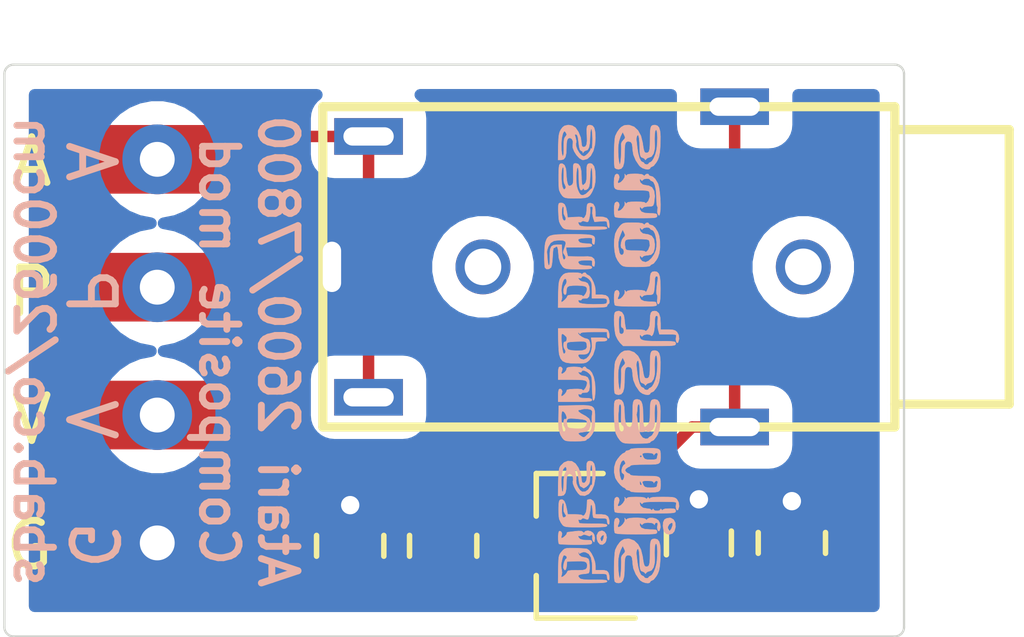
<source format=kicad_pcb>
(kicad_pcb (version 20171130) (host pcbnew "(5.1.10)-1")

  (general
    (thickness 1.6)
    (drawings 18)
    (tracks 36)
    (zones 0)
    (modules 11)
    (nets 6)
  )

  (page A4)
  (layers
    (0 F.Cu signal)
    (31 B.Cu signal)
    (32 B.Adhes user)
    (33 F.Adhes user)
    (34 B.Paste user)
    (35 F.Paste user)
    (36 B.SilkS user)
    (37 F.SilkS user)
    (38 B.Mask user)
    (39 F.Mask user)
    (40 Dwgs.User user)
    (41 Cmts.User user)
    (42 Eco1.User user)
    (43 Eco2.User user)
    (44 Edge.Cuts user)
    (45 Margin user)
    (46 B.CrtYd user)
    (47 F.CrtYd user)
    (48 B.Fab user)
    (49 F.Fab user)
  )

  (setup
    (last_trace_width 0.25)
    (trace_clearance 0.2)
    (zone_clearance 0.508)
    (zone_45_only no)
    (trace_min 0.2)
    (via_size 0.8)
    (via_drill 0.4)
    (via_min_size 0.4)
    (via_min_drill 0.3)
    (uvia_size 0.3)
    (uvia_drill 0.1)
    (uvias_allowed no)
    (uvia_min_size 0.2)
    (uvia_min_drill 0.1)
    (edge_width 0.05)
    (segment_width 0.2)
    (pcb_text_width 0.3)
    (pcb_text_size 1.5 1.5)
    (mod_edge_width 0.15)
    (mod_text_size 1 1)
    (mod_text_width 0.15)
    (pad_size 1.524 1.524)
    (pad_drill 0.762)
    (pad_to_mask_clearance 0)
    (aux_axis_origin 0 0)
    (visible_elements 7FFFFFFF)
    (pcbplotparams
      (layerselection 0x010fc_ffffffff)
      (usegerberextensions false)
      (usegerberattributes true)
      (usegerberadvancedattributes true)
      (creategerberjobfile true)
      (excludeedgelayer true)
      (linewidth 0.100000)
      (plotframeref false)
      (viasonmask false)
      (mode 1)
      (useauxorigin false)
      (hpglpennumber 1)
      (hpglpenspeed 20)
      (hpglpendiameter 15.000000)
      (psnegative false)
      (psa4output false)
      (plotreference true)
      (plotvalue true)
      (plotinvisibletext false)
      (padsonsilk false)
      (subtractmaskfromsilk false)
      (outputformat 1)
      (mirror false)
      (drillshape 1)
      (scaleselection 1)
      (outputdirectory ""))
  )

  (net 0 "")
  (net 1 GND)
  (net 2 +5V)
  (net 3 /AUDIO)
  (net 4 /VIDEO_IN)
  (net 5 /VIDEO_OUT)

  (net_class Default "This is the default net class."
    (clearance 0.2)
    (trace_width 0.25)
    (via_dia 0.8)
    (via_drill 0.4)
    (uvia_dia 0.3)
    (uvia_drill 0.1)
    (add_net +5V)
    (add_net /AUDIO)
    (add_net /VIDEO_IN)
    (add_net /VIDEO_OUT)
    (add_net GND)
  )

  (module Resistor_SMD:R_0805_2012Metric (layer F.Cu) (tedit 5F68FEEE) (tstamp 60BA339A)
    (at 166.5605 103.8225 270)
    (descr "Resistor SMD 0805 (2012 Metric), square (rectangular) end terminal, IPC_7351 nominal, (Body size source: IPC-SM-782 page 72, https://www.pcb-3d.com/wordpress/wp-content/uploads/ipc-sm-782a_amendment_1_and_2.pdf), generated with kicad-footprint-generator")
    (tags resistor)
    (path /5FC45A43)
    (attr smd)
    (fp_text reference R3 (at 0 -1.65 90) (layer F.SilkS) hide
      (effects (font (size 1 1) (thickness 0.15)))
    )
    (fp_text value 75r (at 0 1.65 90) (layer F.Fab)
      (effects (font (size 1 1) (thickness 0.15)))
    )
    (fp_line (start 1.68 0.95) (end -1.68 0.95) (layer F.CrtYd) (width 0.05))
    (fp_line (start 1.68 -0.95) (end 1.68 0.95) (layer F.CrtYd) (width 0.05))
    (fp_line (start -1.68 -0.95) (end 1.68 -0.95) (layer F.CrtYd) (width 0.05))
    (fp_line (start -1.68 0.95) (end -1.68 -0.95) (layer F.CrtYd) (width 0.05))
    (fp_line (start -0.227064 0.735) (end 0.227064 0.735) (layer F.SilkS) (width 0.12))
    (fp_line (start -0.227064 -0.735) (end 0.227064 -0.735) (layer F.SilkS) (width 0.12))
    (fp_line (start 1 0.625) (end -1 0.625) (layer F.Fab) (width 0.1))
    (fp_line (start 1 -0.625) (end 1 0.625) (layer F.Fab) (width 0.1))
    (fp_line (start -1 -0.625) (end 1 -0.625) (layer F.Fab) (width 0.1))
    (fp_line (start -1 0.625) (end -1 -0.625) (layer F.Fab) (width 0.1))
    (fp_text user %R (at 0 0 90) (layer F.Fab)
      (effects (font (size 0.5 0.5) (thickness 0.08)))
    )
    (pad 2 smd roundrect (at 0.9125 0 270) (size 1.025 1.4) (layers F.Cu F.Paste F.Mask) (roundrect_rratio 0.243902)
      (net 5 /VIDEO_OUT))
    (pad 1 smd roundrect (at -0.9125 0 270) (size 1.025 1.4) (layers F.Cu F.Paste F.Mask) (roundrect_rratio 0.243902)
      (net 1 GND))
    (model ${KISYS3DMOD}/Resistor_SMD.3dshapes/R_0805_2012Metric.wrl
      (at (xyz 0 0 0))
      (scale (xyz 1 1 1))
      (rotate (xyz 0 0 0))
    )
  )

  (module Resistor_SMD:R_0805_2012Metric (layer F.Cu) (tedit 5F68FEEE) (tstamp 60BA30DC)
    (at 156.9085 103.886 270)
    (descr "Resistor SMD 0805 (2012 Metric), square (rectangular) end terminal, IPC_7351 nominal, (Body size source: IPC-SM-782 page 72, https://www.pcb-3d.com/wordpress/wp-content/uploads/ipc-sm-782a_amendment_1_and_2.pdf), generated with kicad-footprint-generator")
    (tags resistor)
    (path /5FC43F1A)
    (attr smd)
    (fp_text reference R2 (at 0 -1.65 90) (layer F.SilkS) hide
      (effects (font (size 1 1) (thickness 0.15)))
    )
    (fp_text value 3k3 (at 0 1.65 90) (layer F.Fab)
      (effects (font (size 1 1) (thickness 0.15)))
    )
    (fp_line (start 1.68 0.95) (end -1.68 0.95) (layer F.CrtYd) (width 0.05))
    (fp_line (start 1.68 -0.95) (end 1.68 0.95) (layer F.CrtYd) (width 0.05))
    (fp_line (start -1.68 -0.95) (end 1.68 -0.95) (layer F.CrtYd) (width 0.05))
    (fp_line (start -1.68 0.95) (end -1.68 -0.95) (layer F.CrtYd) (width 0.05))
    (fp_line (start -0.227064 0.735) (end 0.227064 0.735) (layer F.SilkS) (width 0.12))
    (fp_line (start -0.227064 -0.735) (end 0.227064 -0.735) (layer F.SilkS) (width 0.12))
    (fp_line (start 1 0.625) (end -1 0.625) (layer F.Fab) (width 0.1))
    (fp_line (start 1 -0.625) (end 1 0.625) (layer F.Fab) (width 0.1))
    (fp_line (start -1 -0.625) (end 1 -0.625) (layer F.Fab) (width 0.1))
    (fp_line (start -1 0.625) (end -1 -0.625) (layer F.Fab) (width 0.1))
    (fp_text user %R (at 0 0 90) (layer F.Fab)
      (effects (font (size 0.5 0.5) (thickness 0.08)))
    )
    (pad 2 smd roundrect (at 0.9125 0 270) (size 1.025 1.4) (layers F.Cu F.Paste F.Mask) (roundrect_rratio 0.243902)
      (net 4 /VIDEO_IN))
    (pad 1 smd roundrect (at -0.9125 0 270) (size 1.025 1.4) (layers F.Cu F.Paste F.Mask) (roundrect_rratio 0.243902)
      (net 1 GND))
    (model ${KISYS3DMOD}/Resistor_SMD.3dshapes/R_0805_2012Metric.wrl
      (at (xyz 0 0 0))
      (scale (xyz 1 1 1))
      (rotate (xyz 0 0 0))
    )
  )

  (module Resistor_SMD:R_0805_2012Metric (layer F.Cu) (tedit 5F68FEEE) (tstamp 60BA30CB)
    (at 158.9405 103.886 90)
    (descr "Resistor SMD 0805 (2012 Metric), square (rectangular) end terminal, IPC_7351 nominal, (Body size source: IPC-SM-782 page 72, https://www.pcb-3d.com/wordpress/wp-content/uploads/ipc-sm-782a_amendment_1_and_2.pdf), generated with kicad-footprint-generator")
    (tags resistor)
    (path /5FC43A54)
    (attr smd)
    (fp_text reference R1 (at 0 -1.65 90) (layer F.SilkS) hide
      (effects (font (size 1 1) (thickness 0.15)))
    )
    (fp_text value 2k2 (at 0 1.65 90) (layer F.Fab)
      (effects (font (size 1 1) (thickness 0.15)))
    )
    (fp_line (start 1.68 0.95) (end -1.68 0.95) (layer F.CrtYd) (width 0.05))
    (fp_line (start 1.68 -0.95) (end 1.68 0.95) (layer F.CrtYd) (width 0.05))
    (fp_line (start -1.68 -0.95) (end 1.68 -0.95) (layer F.CrtYd) (width 0.05))
    (fp_line (start -1.68 0.95) (end -1.68 -0.95) (layer F.CrtYd) (width 0.05))
    (fp_line (start -0.227064 0.735) (end 0.227064 0.735) (layer F.SilkS) (width 0.12))
    (fp_line (start -0.227064 -0.735) (end 0.227064 -0.735) (layer F.SilkS) (width 0.12))
    (fp_line (start 1 0.625) (end -1 0.625) (layer F.Fab) (width 0.1))
    (fp_line (start 1 -0.625) (end 1 0.625) (layer F.Fab) (width 0.1))
    (fp_line (start -1 -0.625) (end 1 -0.625) (layer F.Fab) (width 0.1))
    (fp_line (start -1 0.625) (end -1 -0.625) (layer F.Fab) (width 0.1))
    (fp_text user %R (at 0 0 90) (layer F.Fab)
      (effects (font (size 0.5 0.5) (thickness 0.08)))
    )
    (pad 2 smd roundrect (at 0.9125 0 90) (size 1.025 1.4) (layers F.Cu F.Paste F.Mask) (roundrect_rratio 0.243902)
      (net 2 +5V))
    (pad 1 smd roundrect (at -0.9125 0 90) (size 1.025 1.4) (layers F.Cu F.Paste F.Mask) (roundrect_rratio 0.243902)
      (net 4 /VIDEO_IN))
    (model ${KISYS3DMOD}/Resistor_SMD.3dshapes/R_0805_2012Metric.wrl
      (at (xyz 0 0 0))
      (scale (xyz 1 1 1))
      (rotate (xyz 0 0 0))
    )
  )

  (module "Silvestron Components:Tensility_54-00174_3.5mm_TRRS" (layer F.Cu) (tedit 60BA1692) (tstamp 60BA256C)
    (at 162.56 97.79 180)
    (path /60BA1D31)
    (fp_text reference J5 (at 0 0.5) (layer F.SilkS) hide
      (effects (font (size 1 1) (thickness 0.15)))
    )
    (fp_text value AudioJack4 (at 0 -0.5) (layer F.Fab)
      (effects (font (size 1 1) (thickness 0.15)))
    )
    (fp_circle (center -4.25 0) (end -3.65 0) (layer Dwgs.User) (width 0.2))
    (fp_circle (center 2.75 0) (end 3.349999 0) (layer Dwgs.User) (width 0.2))
    (fp_line (start -6.25 -3.5) (end 6.25 -3.5) (layer F.SilkS) (width 0.2))
    (fp_line (start 6.25 -3.5) (end 6.25 3.5) (layer F.SilkS) (width 0.2))
    (fp_line (start 6.25 3.5) (end -6.25 3.5) (layer F.SilkS) (width 0.2))
    (fp_line (start -6.25 3.5) (end -6.25 -3.5) (layer F.SilkS) (width 0.2))
    (fp_line (start -2 -3.099999) (end -2 -3.899999) (layer Dwgs.User) (width 0.2))
    (fp_line (start -2 3.9) (end -2 3.099999) (layer Dwgs.User) (width 0.2))
    (fp_line (start 6 3.25) (end 6 2.449999) (layer Dwgs.User) (width 0.2))
    (fp_line (start 6 -2.45) (end 6 -3.25) (layer Dwgs.User) (width 0.2))
    (fp_line (start -2 -3.899999) (end -3.5 -3.899999) (layer Dwgs.User) (width 0.2))
    (fp_line (start -2 3.099999) (end -3.5 3.099999) (layer Dwgs.User) (width 0.2))
    (fp_line (start 6 2.449999) (end 4.5 2.449999) (layer Dwgs.User) (width 0.2))
    (fp_line (start 6 -3.25) (end 4.5 -3.25) (layer Dwgs.User) (width 0.2))
    (fp_line (start -3.5 -3.899999) (end -3.5 -3.099999) (layer Dwgs.User) (width 0.2))
    (fp_line (start -3.5 3.099999) (end -3.5 3.9) (layer Dwgs.User) (width 0.2))
    (fp_line (start 4.5 2.449999) (end 4.5 3.25) (layer Dwgs.User) (width 0.2))
    (fp_line (start 4.5 -3.25) (end 4.5 -2.45) (layer Dwgs.User) (width 0.2))
    (fp_line (start -3.5 -3.099999) (end -2 -3.099999) (layer Dwgs.User) (width 0.2))
    (fp_line (start -3.5 3.9) (end -2 3.9) (layer Dwgs.User) (width 0.2))
    (fp_line (start 4.5 3.25) (end 6 3.25) (layer Dwgs.User) (width 0.2))
    (fp_line (start 4.5 -2.45) (end 6 -2.45) (layer Dwgs.User) (width 0.2))
    (fp_line (start -6.25 -3) (end -8.75 -3) (layer F.SilkS) (width 0.2))
    (fp_line (start -8.75 -3) (end -8.75 3) (layer F.SilkS) (width 0.2))
    (fp_line (start -8.75 3) (end -6.25 3) (layer F.SilkS) (width 0.2))
    (fp_line (start -9.017 -4.191) (end 6.604 -4.191) (layer F.CrtYd) (width 0.12))
    (fp_line (start 6.604 -4.191) (end 6.604 4.191) (layer F.CrtYd) (width 0.12))
    (fp_line (start 6.604 4.191) (end -9.017 4.191) (layer F.CrtYd) (width 0.12))
    (fp_line (start -9.017 4.191) (end -9.017 -4.191) (layer F.CrtYd) (width 0.12))
    (pad "" np_thru_hole circle (at 2.75 0 270) (size 1.2 1.2) (drill 0.8) (layers *.Cu *.Mask))
    (pad "" np_thru_hole circle (at -4.25 0 270) (size 1.2 1.2) (drill 0.8) (layers *.Cu *.Mask))
    (pad S thru_hole rect (at 6.05 0 270) (size 1.5 0.8) (drill oval 1.1 0.4) (layers *.Cu *.Mask)
      (net 1 GND))
    (pad R2 thru_hole rect (at 5.25 -2.85 180) (size 1.5 0.8) (drill oval 1.1 0.4) (layers *.Cu *.Mask)
      (net 3 /AUDIO))
    (pad R1 thru_hole rect (at 5.25 2.85 180) (size 1.5 0.8) (drill oval 1.1 0.4) (layers *.Cu *.Mask)
      (net 3 /AUDIO))
    (pad T thru_hole rect (at -2.75 3.5 180) (size 1.5 0.8) (drill oval 1.1 0.4) (layers *.Cu *.Mask)
      (net 5 /VIDEO_OUT))
    (pad T thru_hole rect (at -2.75 -3.5 180) (size 1.5 0.8) (drill oval 1.1 0.4) (layers *.Cu *.Mask)
      (net 5 /VIDEO_OUT))
    (model "G:/My Drive/Projects/KiCad Components/54-00174.STEP"
      (offset (xyz 11.6 3 -5.2))
      (scale (xyz 1 1 1))
      (rotate (xyz -90 0 90))
    )
  )

  (module Silvestron_Components:SolderWirePad_1x01_SMD_1.5x4mm (layer F.Cu) (tedit 5FC439F1) (tstamp 60BA12E1)
    (at 154.7241 98.2345 90)
    (descr "Wire Pad, Square, SMD Pad,  5mm x 10mm,")
    (tags "MesurementPoint Square SMDPad 5mmx10mm ")
    (path /5FC4BF28)
    (attr smd virtual)
    (fp_text reference J2 (at 0 -3.81 90) (layer F.SilkS) hide
      (effects (font (size 1 1) (thickness 0.15)))
    )
    (fp_text value PWR (at 0 6.35 90) (layer F.Fab)
      (effects (font (size 1 1) (thickness 0.15)))
    )
    (fp_line (start -0.889 -4.191) (end -0.889 0.127) (layer F.CrtYd) (width 0.05))
    (fp_line (start -0.889 0.127) (end 0.889 0.127) (layer F.CrtYd) (width 0.05))
    (fp_line (start 0.889 0.127) (end 0.889 -4.191) (layer F.CrtYd) (width 0.05))
    (fp_line (start 0.889 -4.191) (end -0.889 -4.191) (layer F.CrtYd) (width 0.05))
    (fp_text user %R (at 0 0 90) (layer F.Fab)
      (effects (font (size 1 1) (thickness 0.15)))
    )
    (pad 1 smd rect (at 0 -2.032 90) (size 1.5 4) (layers F.Cu F.Paste F.Mask)
      (net 2 +5V))
    (pad 1 thru_hole circle (at 0 -2.032 270) (size 1.524 1.524) (drill 0.762) (layers *.Cu *.Mask)
      (net 2 +5V))
  )

  (module Silvestron_Components:SolderWirePad_1x01_SMD_1.5x4mm (layer F.Cu) (tedit 5FC439F1) (tstamp 60BA12D7)
    (at 154.7241 101.0285 90)
    (descr "Wire Pad, Square, SMD Pad,  5mm x 10mm,")
    (tags "MesurementPoint Square SMDPad 5mmx10mm ")
    (path /5FC4D022)
    (attr smd virtual)
    (fp_text reference J3 (at 0 -3.81 90) (layer F.SilkS) hide
      (effects (font (size 1 1) (thickness 0.15)))
    )
    (fp_text value "VIDEO IN" (at 0 6.35 90) (layer F.Fab)
      (effects (font (size 1 1) (thickness 0.15)))
    )
    (fp_line (start -0.889 -4.191) (end -0.889 0.127) (layer F.CrtYd) (width 0.05))
    (fp_line (start -0.889 0.127) (end 0.889 0.127) (layer F.CrtYd) (width 0.05))
    (fp_line (start 0.889 0.127) (end 0.889 -4.191) (layer F.CrtYd) (width 0.05))
    (fp_line (start 0.889 -4.191) (end -0.889 -4.191) (layer F.CrtYd) (width 0.05))
    (fp_text user %R (at 0 0 90) (layer F.Fab)
      (effects (font (size 1 1) (thickness 0.15)))
    )
    (pad 1 smd rect (at 0 -2.032 90) (size 1.5 4) (layers F.Cu F.Paste F.Mask)
      (net 4 /VIDEO_IN))
    (pad 1 thru_hole circle (at 0 -2.032 270) (size 1.524 1.524) (drill 0.762) (layers *.Cu *.Mask)
      (net 4 /VIDEO_IN))
  )

  (module Package_TO_SOT_SMD:SOT-23 (layer F.Cu) (tedit 5A02FF57) (tstamp 60BA12B9)
    (at 161.7345 103.886 180)
    (descr "SOT-23, Standard")
    (tags SOT-23)
    (path /5FC716B3)
    (attr smd)
    (fp_text reference Q1 (at 2.286 0.4572 270) (layer F.SilkS) hide
      (effects (font (size 0.8 0.8) (thickness 0.15)))
    )
    (fp_text value 2n3904 (at 0 2.5) (layer F.Fab)
      (effects (font (size 1 1) (thickness 0.15)))
    )
    (fp_line (start 0.76 1.58) (end -0.7 1.58) (layer F.SilkS) (width 0.12))
    (fp_line (start 0.76 -1.58) (end -1.4 -1.58) (layer F.SilkS) (width 0.12))
    (fp_line (start -1.7 1.75) (end -1.7 -1.75) (layer F.CrtYd) (width 0.05))
    (fp_line (start 1.7 1.75) (end -1.7 1.75) (layer F.CrtYd) (width 0.05))
    (fp_line (start 1.7 -1.75) (end 1.7 1.75) (layer F.CrtYd) (width 0.05))
    (fp_line (start -1.7 -1.75) (end 1.7 -1.75) (layer F.CrtYd) (width 0.05))
    (fp_line (start 0.76 -1.58) (end 0.76 -0.65) (layer F.SilkS) (width 0.12))
    (fp_line (start 0.76 1.58) (end 0.76 0.65) (layer F.SilkS) (width 0.12))
    (fp_line (start -0.7 1.52) (end 0.7 1.52) (layer F.Fab) (width 0.1))
    (fp_line (start 0.7 -1.52) (end 0.7 1.52) (layer F.Fab) (width 0.1))
    (fp_line (start -0.7 -0.95) (end -0.15 -1.52) (layer F.Fab) (width 0.1))
    (fp_line (start -0.15 -1.52) (end 0.7 -1.52) (layer F.Fab) (width 0.1))
    (fp_line (start -0.7 -0.95) (end -0.7 1.5) (layer F.Fab) (width 0.1))
    (fp_text user %R (at 0 0 90) (layer F.Fab)
      (effects (font (size 0.5 0.5) (thickness 0.075)))
    )
    (pad 1 smd rect (at -1 -0.95 180) (size 0.9 0.8) (layers F.Cu F.Paste F.Mask)
      (net 4 /VIDEO_IN))
    (pad 2 smd rect (at -1 0.95 180) (size 0.9 0.8) (layers F.Cu F.Paste F.Mask)
      (net 5 /VIDEO_OUT))
    (pad 3 smd rect (at 1 0 180) (size 0.9 0.8) (layers F.Cu F.Paste F.Mask)
      (net 2 +5V))
    (model ${KISYS3DMOD}/Package_TO_SOT_SMD.3dshapes/SOT-23.wrl
      (at (xyz 0 0 0))
      (scale (xyz 1 1 1))
      (rotate (xyz 0 0 0))
    )
  )

  (module Silvestron_Components:SolderWirePad_1x01_SMD_1.5x4mm (layer F.Cu) (tedit 5FC439F1) (tstamp 60BA1B50)
    (at 154.7241 103.8225 90)
    (descr "Wire Pad, Square, SMD Pad,  5mm x 10mm,")
    (tags "MesurementPoint Square SMDPad 5mmx10mm ")
    (path /5FC4D8B6)
    (attr smd virtual)
    (fp_text reference J4 (at 0 -3.81 90) (layer F.SilkS) hide
      (effects (font (size 1 1) (thickness 0.15)))
    )
    (fp_text value GND (at 0 6.35 90) (layer F.Fab)
      (effects (font (size 1 1) (thickness 0.15)))
    )
    (fp_line (start -0.889 -4.191) (end -0.889 0.127) (layer F.CrtYd) (width 0.05))
    (fp_line (start -0.889 0.127) (end 0.889 0.127) (layer F.CrtYd) (width 0.05))
    (fp_line (start 0.889 0.127) (end 0.889 -4.191) (layer F.CrtYd) (width 0.05))
    (fp_line (start 0.889 -4.191) (end -0.889 -4.191) (layer F.CrtYd) (width 0.05))
    (fp_text user %R (at 0 0 90) (layer F.Fab)
      (effects (font (size 1 1) (thickness 0.15)))
    )
    (pad 1 smd rect (at 0 -2.032 90) (size 1.5 4) (layers F.Cu F.Paste F.Mask)
      (net 1 GND))
    (pad 1 thru_hole circle (at 0 -2.032 270) (size 1.524 1.524) (drill 0.762) (layers *.Cu *.Mask)
      (net 1 GND))
  )

  (module Silvestron_Components:sbab-tiny-logo (layer B.Cu) (tedit 0) (tstamp 60BA3C82)
    (at 162.6235 99.695 90)
    (fp_text reference G*** (at 0 0 90) (layer B.SilkS) hide
      (effects (font (size 1.524 1.524) (thickness 0.3)) (justify mirror))
    )
    (fp_text value LOGO (at 0.75 0 90) (layer B.SilkS) hide
      (effects (font (size 1.524 1.524) (thickness 0.3)) (justify mirror))
    )
    (fp_poly (pts (xy 2.562476 -0.38112) (xy 2.585969 -0.412243) (xy 2.601479 -0.468736) (xy 2.610615 -0.556779)
      (xy 2.614983 -0.682551) (xy 2.616191 -0.852233) (xy 2.6162 -0.874227) (xy 2.615202 -1.050675)
      (xy 2.610707 -1.183469) (xy 2.600461 -1.279742) (xy 2.582212 -1.346624) (xy 2.553707 -1.391249)
      (xy 2.512692 -1.420747) (xy 2.456915 -1.44225) (xy 2.434657 -1.448873) (xy 2.373394 -1.459084)
      (xy 2.280965 -1.466262) (xy 2.172461 -1.470202) (xy 2.062973 -1.470697) (xy 1.967593 -1.46754)
      (xy 1.901412 -1.460525) (xy 1.88595 -1.456378) (xy 1.857728 -1.422887) (xy 1.859892 -1.373154)
      (xy 1.860373 -1.372463) (xy 1.930489 -1.372463) (xy 1.949062 -1.386555) (xy 2.013404 -1.399005)
      (xy 2.06375 -1.403674) (xy 2.145898 -1.409858) (xy 2.209212 -1.415406) (xy 2.229665 -1.417701)
      (xy 2.273467 -1.41161) (xy 2.338228 -1.390526) (xy 2.348271 -1.38645) (xy 2.430679 -1.335087)
      (xy 2.475468 -1.260403) (xy 2.488814 -1.15205) (xy 2.488811 -1.151019) (xy 2.482793 -1.059766)
      (xy 2.460376 -1.012553) (xy 2.41363 -1.003332) (xy 2.334621 -1.026053) (xy 2.328158 -1.0285)
      (xy 2.25642 -1.053637) (xy 2.214372 -1.058928) (xy 2.185138 -1.044837) (xy 2.172149 -1.032777)
      (xy 2.128904 -1.009201) (xy 2.086207 -1.01056) (xy 2.063253 -1.033621) (xy 2.064692 -1.050879)
      (xy 2.093263 -1.067227) (xy 2.158345 -1.080523) (xy 2.230865 -1.087062) (xy 2.3876 -1.094624)
      (xy 2.3876 -1.191901) (xy 2.380009 -1.267075) (xy 2.351862 -1.315552) (xy 2.295101 -1.342082)
      (xy 2.201664 -1.351414) (xy 2.118351 -1.350535) (xy 2.018236 -1.351434) (xy 1.954581 -1.35975)
      (xy 1.930489 -1.372463) (xy 1.860373 -1.372463) (xy 1.890093 -1.329779) (xy 1.899751 -1.323608)
      (xy 1.94645 -1.310853) (xy 2.027479 -1.299771) (xy 2.126372 -1.292536) (xy 2.139269 -1.292006)
      (xy 2.22937 -1.28642) (xy 2.294035 -1.2781) (xy 2.321904 -1.268635) (xy 2.321903 -1.266446)
      (xy 2.328343 -1.238736) (xy 2.3368 -1.2319) (xy 2.355267 -1.205637) (xy 2.331226 -1.182998)
      (xy 2.272934 -1.169455) (xy 2.24005 -1.167794) (xy 2.09758 -1.15436) (xy 1.980885 -1.118346)
      (xy 1.908453 -1.070253) (xy 1.884836 -1.042142) (xy 1.869233 -1.007214) (xy 1.860017 -0.955077)
      (xy 1.85556 -0.875338) (xy 1.854233 -0.757605) (xy 1.8542 -0.7239) (xy 1.855217 -0.59563)
      (xy 1.858959 -0.510224) (xy 1.866455 -0.459773) (xy 1.878738 -0.436368) (xy 1.8923 -0.4318)
      (xy 1.916697 -0.445897) (xy 1.928315 -0.494386) (xy 1.9304 -0.553719) (xy 1.936409 -0.632198)
      (xy 1.951625 -0.691085) (xy 1.960879 -0.706119) (xy 2.00216 -0.735389) (xy 2.029471 -0.723268)
      (xy 2.044886 -0.666729) (xy 2.0503 -0.575431) (xy 2.050752 -0.488305) (xy 2.045584 -0.441197)
      (xy 2.030812 -0.423349) (xy 2.00245 -0.424006) (xy 1.994735 -0.425423) (xy 1.942631 -0.423646)
      (xy 1.919178 -0.408791) (xy 1.915632 -0.382223) (xy 1.92255 -0.378883) (xy 1.962024 -0.374666)
      (xy 2.002513 -0.370261) (xy 2.073983 -0.383044) (xy 2.118718 -0.435925) (xy 2.132223 -0.523326)
      (xy 2.131877 -0.530692) (xy 2.129557 -0.605837) (xy 2.129038 -0.70703) (xy 2.130049 -0.79066)
      (xy 2.1336 -0.95902) (xy 2.234216 -0.984559) (xy 2.295934 -0.996874) (xy 2.330209 -0.997171)
      (xy 2.332808 -0.993999) (xy 2.332245 -0.963449) (xy 2.332296 -0.893305) (xy 2.332922 -0.794767)
      (xy 2.333792 -0.70485) (xy 2.336321 -0.581173) (xy 2.341463 -0.500217) (xy 2.350432 -0.453919)
      (xy 2.364441 -0.434219) (xy 2.3749 -0.4318) (xy 2.399297 -0.445897) (xy 2.410915 -0.494386)
      (xy 2.413 -0.55372) (xy 2.419009 -0.632198) (xy 2.434225 -0.691085) (xy 2.44348 -0.70612)
      (xy 2.485334 -0.735709) (xy 2.513548 -0.723719) (xy 2.530251 -0.667169) (xy 2.537232 -0.574786)
      (xy 2.53914 -0.487438) (xy 2.534987 -0.44012) (xy 2.520728 -0.4221) (xy 2.492322 -0.422649)
      (xy 2.480712 -0.424777) (xy 2.42729 -0.423858) (xy 2.401778 -0.408791) (xy 2.398232 -0.382223)
      (xy 2.40515 -0.378883) (xy 2.444624 -0.374666) (xy 2.485113 -0.370261) (xy 2.529393 -0.369186)
      (xy 2.562476 -0.38112)) (layer B.SilkS) (width 0.01))
    (fp_poly (pts (xy -4.837698 -0.056285) (xy -4.78278 -0.072565) (xy -4.773531 -0.077093) (xy -4.742188 -0.106353)
      (xy -4.727419 -0.159696) (xy -4.7244 -0.229493) (xy -4.7244 -0.3556) (xy -4.627788 -0.3556)
      (xy -4.541148 -0.367937) (xy -4.44638 -0.400057) (xy -4.358079 -0.444624) (xy -4.290836 -0.494302)
      (xy -4.259455 -0.540778) (xy -4.253066 -0.59178) (xy -4.247406 -0.677394) (xy -4.243474 -0.781435)
      (xy -4.242833 -0.810814) (xy -4.241713 -0.915607) (xy -4.245448 -0.983069) (xy -4.257706 -1.026654)
      (xy -4.282157 -1.059817) (xy -4.320044 -1.093943) (xy -4.357189 -1.123453) (xy -4.393799 -1.143267)
      (xy -4.44085 -1.155477) (xy -4.509316 -1.162173) (xy -4.610172 -1.165444) (xy -4.70247 -1.166774)
      (xy -5.0038 -1.17039) (xy -5.0038 -1.098044) (xy -4.876233 -1.098044) (xy -4.857663 -1.106208)
      (xy -4.834486 -1.096443) (xy -4.775718 -1.085527) (xy -4.715989 -1.094612) (xy -4.643423 -1.107215)
      (xy -4.586854 -1.105924) (xy -4.488411 -1.08514) (xy -4.430138 -1.068694) (xy -4.402072 -1.052709)
      (xy -4.394253 -1.033307) (xy -4.3942 -1.030933) (xy -4.41468 -0.992158) (xy -4.4323 -0.981414)
      (xy -4.465054 -0.979952) (xy -4.4704 -0.989427) (xy -4.492435 -1.013451) (xy -4.545505 -1.036337)
      (xy -4.610055 -1.052308) (xy -4.666533 -1.055586) (xy -4.682424 -1.052072) (xy -4.721069 -1.0275)
      (xy -4.7122 -1.005208) (xy -4.659074 -0.989248) (xy -4.62915 -0.985783) (xy -4.5339 -0.9779)
      (xy -4.526407 -0.776905) (xy -4.525281 -0.662847) (xy -4.53448 -0.590407) (xy -4.557467 -0.550869)
      (xy -4.597703 -0.535518) (xy -4.6228 -0.534177) (xy -4.675082 -0.542187) (xy -4.707472 -0.571942)
      (xy -4.723726 -0.632034) (xy -4.727599 -0.731051) (xy -4.726841 -0.772181) (xy -4.727396 -0.878538)
      (xy -4.735273 -0.944577) (xy -4.748466 -0.9652) (xy -4.784552 -0.981638) (xy -4.826 -1.016)
      (xy -4.865337 -1.064737) (xy -4.876233 -1.098044) (xy -5.0038 -1.098044) (xy -5.0038 -0.635995)
      (xy -5.003302 -0.454402) (xy -5.001541 -0.31774) (xy -4.998123 -0.220147) (xy -4.992652 -0.15576)
      (xy -4.984733 -0.118718) (xy -4.973969 -0.103159) (xy -4.967731 -0.1016) (xy -4.951513 -0.110753)
      (xy -4.941209 -0.143409) (xy -4.935904 -0.207363) (xy -4.934683 -0.310411) (xy -4.935304 -0.377912)
      (xy -4.934797 -0.519019) (xy -4.928508 -0.615982) (xy -4.915823 -0.675196) (xy -4.904763 -0.695412)
      (xy -4.859661 -0.732825) (xy -4.827585 -0.72135) (xy -4.809079 -0.661341) (xy -4.806051 -0.631082)
      (xy -4.798516 -0.559966) (xy -4.78857 -0.511331) (xy -4.785502 -0.504119) (xy -4.752003 -0.489696)
      (xy -4.686746 -0.483342) (xy -4.608039 -0.484529) (xy -4.534191 -0.492728) (xy -4.483511 -0.507409)
      (xy -4.47548 -0.513079) (xy -4.451157 -0.561445) (xy -4.445 -0.603794) (xy -4.429913 -0.665753)
      (xy -4.393597 -0.713212) (xy -4.349471 -0.730769) (xy -4.336824 -0.727946) (xy -4.321135 -0.716518)
      (xy -4.340161 -0.713205) (xy -4.36182 -0.704161) (xy -4.344044 -0.673875) (xy -4.343674 -0.673429)
      (xy -4.324717 -0.618745) (xy -4.328267 -0.572151) (xy -4.367899 -0.498714) (xy -4.445242 -0.451415)
      (xy -4.563479 -0.428738) (xy -4.635349 -0.426155) (xy -4.8006 -0.426155) (xy -4.8006 -0.263877)
      (xy -4.801806 -0.176036) (xy -4.808368 -0.127426) (xy -4.824704 -0.106484) (xy -4.85523 -0.101651)
      (xy -4.862601 -0.1016) (xy -4.916383 -0.092234) (xy -4.940301 -0.076199) (xy -4.933208 -0.058012)
      (xy -4.893424 -0.051404) (xy -4.837698 -0.056285)) (layer B.SilkS) (width 0.01))
    (fp_poly (pts (xy -3.954826 -0.381524) (xy -3.910672 -0.407205) (xy -3.875423 -0.458508) (xy -3.86169 -0.520386)
      (xy -3.871428 -0.572801) (xy -3.89255 -0.592849) (xy -3.910394 -0.609674) (xy -3.890281 -0.629617)
      (xy -3.870658 -0.661112) (xy -3.867004 -0.723396) (xy -3.873255 -0.790301) (xy -3.883211 -0.872689)
      (xy -3.890365 -0.936036) (xy -3.892458 -0.957732) (xy -3.905294 -0.979354) (xy -3.912142 -0.977565)
      (xy -3.939522 -0.985404) (xy -3.977703 -1.018541) (xy -4.011383 -1.060109) (xy -4.02526 -1.09324)
      (xy -4.022793 -1.09954) (xy -3.990148 -1.102574) (xy -3.961728 -1.09184) (xy -3.919413 -1.086783)
      (xy -3.882782 -1.105394) (xy -3.869306 -1.135191) (xy -3.877954 -1.151687) (xy -3.913094 -1.162269)
      (xy -3.978277 -1.167435) (xy -4.053036 -1.1672) (xy -4.116906 -1.161581) (xy -4.148667 -1.151466)
      (xy -4.154818 -1.121191) (xy -4.159971 -1.049857) (xy -4.163678 -0.947204) (xy -4.165492 -0.82297)
      (xy -4.1656 -0.783166) (xy -4.16522 -0.643433) (xy -4.163318 -0.546643) (xy -4.158754 -0.484942)
      (xy -4.150389 -0.450475) (xy -4.137081 -0.435388) (xy -4.117691 -0.431826) (xy -4.114595 -0.4318)
      (xy -4.083009 -0.438682) (xy -4.0691 -0.468066) (xy -4.067459 -0.533052) (xy -4.06787 -0.544938)
      (xy -4.0635 -0.623313) (xy -4.047419 -0.684257) (xy -4.039565 -0.697338) (xy -4.005026 -0.727182)
      (xy -3.976795 -0.736189) (xy -3.970254 -0.721284) (xy -3.975788 -0.710087) (xy -3.975375 -0.671033)
      (xy -3.960853 -0.645835) (xy -3.942377 -0.605841) (xy -3.95501 -0.552673) (xy -3.960705 -0.539677)
      (xy -3.977979 -0.484427) (xy -3.964281 -0.46206) (xy -3.947342 -0.438937) (xy -3.950356 -0.430739)
      (xy -3.982262 -0.418546) (xy -3.999771 -0.422334) (xy -4.049617 -0.421901) (xy -4.081508 -0.409297)
      (xy -4.107809 -0.387391) (xy -4.1021 -0.379655) (xy -4.058047 -0.374725) (xy -4.018622 -0.370359)
      (xy -3.954826 -0.381524)) (layer B.SilkS) (width 0.01))
    (fp_poly (pts (xy -3.622908 -0.057522) (xy -3.570543 -0.073918) (xy -3.54965 -0.086157) (xy -3.517366 -0.134737)
      (xy -3.505405 -0.2207) (xy -3.5052 -0.23775) (xy -3.5052 -0.3556) (xy -3.404796 -0.3556)
      (xy -3.29207 -0.367598) (xy -3.214251 -0.401561) (xy -3.177255 -0.454441) (xy -3.175 -0.473977)
      (xy -3.181993 -0.520719) (xy -3.19405 -0.535647) (xy -3.228617 -0.537695) (xy -3.29575 -0.540432)
      (xy -3.341928 -0.542011) (xy -3.450479 -0.556706) (xy -3.515193 -0.590563) (xy -3.539074 -0.623313)
      (xy -3.532415 -0.635) (xy -3.516981 -0.65892) (xy -3.507534 -0.725184) (xy -3.5052 -0.798949)
      (xy -3.5052 -0.962898) (xy -3.40995 -0.97867) (xy -3.287941 -1.005347) (xy -3.21287 -1.038115)
      (xy -3.18104 -1.078959) (xy -3.180058 -1.102166) (xy -3.189171 -1.130528) (xy -3.214008 -1.147258)
      (xy -3.265961 -1.155933) (xy -3.356421 -1.16013) (xy -3.3655 -1.160375) (xy -3.465773 -1.159873)
      (xy -3.554214 -1.153994) (xy -3.608997 -1.144632) (xy -3.680218 -1.111417) (xy -3.729647 -1.077162)
      (xy -3.7491 -1.058172) (xy -3.755 -1.048312) (xy -3.574727 -1.048312) (xy -3.570068 -1.064586)
      (xy -3.537825 -1.080295) (xy -3.475454 -1.08948) (xy -3.399286 -1.092199) (xy -3.325654 -1.088511)
      (xy -3.270888 -1.078473) (xy -3.2512 -1.063455) (xy -3.274404 -1.045793) (xy -3.342114 -1.046958)
      (xy -3.350132 -1.04798) (xy -3.434335 -1.048942) (xy -3.488157 -1.022129) (xy -3.489651 -1.020663)
      (xy -3.529967 -0.995162) (xy -3.558686 -1.008525) (xy -3.574727 -1.048312) (xy -3.755 -1.048312)
      (xy -3.763327 -1.034399) (xy -3.773143 -0.998256) (xy -3.779363 -0.94216) (xy -3.782802 -0.858524)
      (xy -3.784276 -0.739764) (xy -3.7846 -0.578294) (xy -3.7846 -0.565855) (xy -3.784076 -0.399219)
      (xy -3.782148 -0.276916) (xy -3.778287 -0.192488) (xy -3.771964 -0.139476) (xy -3.762647 -0.11142)
      (xy -3.749807 -0.101861) (xy -3.7465 -0.1016) (xy -3.730074 -0.109242) (xy -3.719023 -0.137349)
      (xy -3.712376 -0.193693) (xy -3.709161 -0.286045) (xy -3.7084 -0.4064) (xy -3.707572 -0.524069)
      (xy -3.705316 -0.620633) (xy -3.701973 -0.686277) (xy -3.697887 -0.711184) (xy -3.697778 -0.7112)
      (xy -3.668092 -0.719146) (xy -3.642811 -0.728216) (xy -3.612631 -0.733388) (xy -3.618588 -0.712676)
      (xy -3.619152 -0.672988) (xy -3.605149 -0.659379) (xy -3.584753 -0.632608) (xy -3.595896 -0.585651)
      (xy -3.600648 -0.57486) (xy -3.614813 -0.53741) (xy -3.607184 -0.515238) (xy -3.568069 -0.499871)
      (xy -3.497603 -0.48479) (xy -3.415255 -0.470798) (xy -3.34986 -0.46391) (xy -3.3274 -0.464198)
      (xy -3.293895 -0.456149) (xy -3.2893 -0.445035) (xy -3.312215 -0.430745) (xy -3.371053 -0.420762)
      (xy -3.422163 -0.418006) (xy -3.500549 -0.413706) (xy -3.556568 -0.405053) (xy -3.572351 -0.398516)
      (xy -3.58161 -0.365337) (xy -3.587027 -0.29837) (xy -3.58766 -0.241395) (xy -3.588222 -0.161288)
      (xy -3.596306 -0.119549) (xy -3.617034 -0.103801) (xy -3.645523 -0.1016) (xy -3.698463 -0.091916)
      (xy -3.721101 -0.0762) (xy -3.714958 -0.057689) (xy -3.676637 -0.051788) (xy -3.622908 -0.057522)) (layer B.SilkS) (width 0.01))
    (fp_poly (pts (xy -2.486649 -0.363241) (xy -2.399808 -0.383974) (xy -2.351654 -0.420906) (xy -2.3368 -0.476332)
      (xy -2.347305 -0.51916) (xy -2.384277 -0.542409) (xy -2.455908 -0.548755) (xy -2.542675 -0.543548)
      (xy -2.678053 -0.539126) (xy -2.768905 -0.554274) (xy -2.814173 -0.588732) (xy -2.8194 -0.611618)
      (xy -2.808729 -0.645308) (xy -2.768041 -0.658913) (xy -2.729685 -0.6604) (xy -2.608403 -0.679447)
      (xy -2.485287 -0.729484) (xy -2.394297 -0.793039) (xy -2.344276 -0.869953) (xy -2.337837 -0.956732)
      (xy -2.372231 -1.042416) (xy -2.444705 -1.116044) (xy -2.480928 -1.138197) (xy -2.52425 -1.14845)
      (xy -2.60592 -1.157411) (xy -2.713488 -1.164003) (xy -2.81305 -1.166897) (xy -3.0988 -1.171154)
      (xy -3.0988 -1.107171) (xy -3.090142 -1.073783) (xy -3.01921 -1.073783) (xy -2.99438 -1.085832)
      (xy -2.922014 -1.096598) (xy -2.88925 -1.099379) (xy -2.747155 -1.102825) (xy -2.62415 -1.092367)
      (xy -2.533068 -1.069418) (xy -2.509227 -1.057549) (xy -2.472439 -1.02734) (xy -2.4638 -1.011752)
      (xy -2.483855 -0.98924) (xy -2.529855 -0.985532) (xy -2.580556 -1.000625) (xy -2.597209 -1.011769)
      (xy -2.652776 -1.035603) (xy -2.751724 -1.048039) (xy -2.832159 -1.050296) (xy -2.935731 -1.053979)
      (xy -2.998871 -1.062487) (xy -3.01921 -1.073783) (xy -3.090142 -1.073783) (xy -3.084071 -1.050377)
      (xy -3.03609 -1.013828) (xy -2.949168 -0.994875) (xy -2.848548 -0.9906) (xy -2.735101 -0.987152)
      (xy -2.663978 -0.974981) (xy -2.627055 -0.951344) (xy -2.616208 -0.9135) (xy -2.6162 -0.912166)
      (xy -2.638144 -0.871521) (xy -2.691199 -0.84547) (xy -2.756207 -0.841307) (xy -2.783811 -0.848348)
      (xy -2.831524 -0.845464) (xy -2.901833 -0.819087) (xy -2.978311 -0.778245) (xy -3.044528 -0.731967)
      (xy -3.084055 -0.68928) (xy -3.087473 -0.681475) (xy -3.090372 -0.643825) (xy -3.013142 -0.643825)
      (xy -2.979326 -0.69225) (xy -2.914171 -0.737313) (xy -2.836769 -0.769539) (xy -2.766212 -0.779453)
      (xy -2.746878 -0.775965) (xy -2.683335 -0.775019) (xy -2.584143 -0.798319) (xy -2.54635 -0.810616)
      (xy -2.540613 -0.792241) (xy -2.54 -0.777277) (xy -2.55796 -0.754976) (xy -2.615557 -0.737722)
      (xy -2.7178 -0.7239) (xy -2.824527 -0.708894) (xy -2.88265 -0.689933) (xy -2.8956 -0.672638)
      (xy -2.91389 -0.635423) (xy -2.924299 -0.629667) (xy -2.929359 -0.606566) (xy -2.900092 -0.559023)
      (xy -2.890323 -0.547238) (xy -2.855856 -0.511033) (xy -2.820172 -0.489234) (xy -2.7696 -0.478081)
      (xy -2.690463 -0.473812) (xy -2.620325 -0.472968) (xy -2.514856 -0.469211) (xy -2.44324 -0.460271)
      (xy -2.413411 -0.447207) (xy -2.413016 -0.44533) (xy -2.437366 -0.43239) (xy -2.506394 -0.423505)
      (xy -2.614091 -0.419333) (xy -2.651894 -0.4191) (xy -2.751344 -0.420667) (xy -2.824796 -0.424884)
      (xy -2.862739 -0.431022) (xy -2.864423 -0.435373) (xy -2.862535 -0.454065) (xy -2.888895 -0.467771)
      (xy -2.962978 -0.510515) (xy -3.007777 -0.574694) (xy -3.013142 -0.643825) (xy -3.090372 -0.643825)
      (xy -3.094747 -0.587009) (xy -3.056734 -0.504399) (xy -2.978227 -0.436961) (xy -2.864015 -0.388007)
      (xy -2.718888 -0.360853) (xy -2.617563 -0.356407) (xy -2.486649 -0.363241)) (layer B.SilkS) (width 0.01))
    (fp_poly (pts (xy -1.237876 -0.373194) (xy -1.180152 -0.394386) (xy -1.144798 -0.436902) (xy -1.126757 -0.5077)
      (xy -1.120971 -0.613738) (xy -1.122385 -0.761973) (xy -1.123216 -0.803716) (xy -1.1303 -1.1557)
      (xy -1.38657 -1.161897) (xy -1.495853 -1.163013) (xy -1.585306 -1.161059) (xy -1.643328 -1.156453)
      (xy -1.658816 -1.152118) (xy -1.695366 -1.136892) (xy -1.720757 -1.13322) (xy -1.771728 -1.116052)
      (xy -1.832538 -1.078424) (xy -1.835861 -1.075844) (xy -1.868616 -1.047213) (xy -1.870959 -1.043633)
      (xy -1.7018 -1.043633) (xy -1.678912 -1.066979) (xy -1.609174 -1.084308) (xy -1.490978 -1.095965)
      (xy -1.4478 -1.098315) (xy -1.335256 -1.100283) (xy -1.268885 -1.092966) (xy -1.244829 -1.075891)
      (xy -1.2446 -1.073411) (xy -1.265794 -1.038308) (xy -1.315026 -1.004425) (xy -1.370777 -0.98414)
      (xy -1.400027 -0.984031) (xy -1.432342 -1.000737) (xy -1.422499 -1.015939) (xy -1.421914 -1.032521)
      (xy -1.46493 -1.04853) (xy -1.473193 -1.050288) (xy -1.553466 -1.050839) (xy -1.590277 -1.029552)
      (xy -1.634034 -1.00781) (xy -1.678692 -1.012179) (xy -1.701581 -1.039796) (xy -1.7018 -1.043633)
      (xy -1.870959 -1.043633) (xy -1.888964 -1.016123) (xy -1.899848 -0.970407) (xy -1.904212 -0.897898)
      (xy -1.905 -0.790094) (xy -1.903627 -0.732533) (xy -1.632716 -0.732533) (xy -1.630827 -0.79213)
      (xy -1.62507 -0.883757) (xy -1.615132 -0.936509) (xy -1.596821 -0.962309) (xy -1.567327 -0.972821)
      (xy -1.499426 -0.984433) (xy -1.46106 -0.984279) (xy -1.43222 -0.97183) (xy -1.427882 -0.969125)
      (xy -1.411763 -0.944957) (xy -1.405942 -0.893557) (xy -1.409893 -0.805768) (xy -1.415182 -0.747264)
      (xy -1.426804 -0.645434) (xy -1.439229 -0.583871) (xy -1.456062 -0.55212) (xy -1.480908 -0.539726)
      (xy -1.487105 -0.538657) (xy -1.5447 -0.549286) (xy -1.588705 -0.576757) (xy -1.615927 -0.610603)
      (xy -1.629651 -0.65769) (xy -1.632716 -0.732533) (xy -1.903627 -0.732533) (xy -1.902365 -0.679641)
      (xy -1.895222 -0.602472) (xy -1.821543 -0.602472) (xy -1.817156 -0.633372) (xy -1.795122 -0.669917)
      (xy -1.75358 -0.723197) (xy -1.727152 -0.728781) (xy -1.712238 -0.685579) (xy -1.707842 -0.643529)
      (xy -1.691057 -0.553348) (xy -1.650536 -0.499697) (xy -1.57685 -0.470362) (xy -1.573616 -0.469639)
      (xy -1.482414 -0.463632) (xy -1.412887 -0.495581) (xy -1.35525 -0.571058) (xy -1.338603 -0.603465)
      (xy -1.300416 -0.672617) (xy -1.264949 -0.719759) (xy -1.250157 -0.730738) (xy -1.223656 -0.72827)
      (xy -1.222439 -0.719931) (xy -1.217369 -0.680483) (xy -1.208618 -0.656142) (xy -1.198633 -0.603564)
      (xy -1.198359 -0.529512) (xy -1.199387 -0.517148) (xy -1.215768 -0.449632) (xy -1.254097 -0.421691)
      (xy -1.324258 -0.427267) (xy -1.33985 -0.431058) (xy -1.373933 -0.433113) (xy -1.44193 -0.433281)
      (xy -1.503431 -0.432145) (xy -1.590966 -0.433035) (xy -1.6502 -0.446636) (xy -1.703388 -0.480705)
      (xy -1.743387 -0.515782) (xy -1.798686 -0.568439) (xy -1.821543 -0.602472) (xy -1.895222 -0.602472)
      (xy -1.895061 -0.600733) (xy -1.88399 -0.56159) (xy -1.8796 -0.5588) (xy -1.855788 -0.538715)
      (xy -1.853886 -0.52705) (xy -1.834109 -0.494886) (xy -1.784652 -0.451097) (xy -1.758636 -0.432745)
      (xy -1.703541 -0.401167) (xy -1.645714 -0.381833) (xy -1.569916 -0.371589) (xy -1.460907 -0.367282)
      (xy -1.44066 -0.366951) (xy -1.323026 -0.366368) (xy -1.237876 -0.373194)) (layer B.SilkS) (width 0.01))
    (fp_poly (pts (xy -0.626236 -0.368326) (xy -0.504452 -0.394564) (xy -0.408928 -0.434608) (xy -0.349446 -0.484973)
      (xy -0.336537 -0.511912) (xy -0.316277 -0.550953) (xy -0.301838 -0.5588) (xy -0.281919 -0.579416)
      (xy -0.2794 -0.5969) (xy -0.296487 -0.630874) (xy -0.31115 -0.635388) (xy -0.328711 -0.641392)
      (xy -0.309677 -0.656848) (xy -0.293491 -0.688957) (xy -0.284046 -0.750259) (xy -0.281133 -0.825554)
      (xy -0.284545 -0.899643) (xy -0.294076 -0.957326) (xy -0.309519 -0.983405) (xy -0.314124 -0.983258)
      (xy -0.354352 -0.992022) (xy -0.399385 -1.027171) (xy -0.428889 -1.070948) (xy -0.4318 -1.086038)
      (xy -0.421439 -1.106409) (xy -0.383114 -1.093319) (xy -0.380476 -1.091919) (xy -0.32149 -1.076715)
      (xy -0.285737 -1.100769) (xy -0.2794 -1.131799) (xy -0.293496 -1.154139) (xy -0.341582 -1.165564)
      (xy -0.4191 -1.1684) (xy -0.5588 -1.1684) (xy -0.5588 -0.866317) (xy -0.560459 -0.725134)
      (xy -0.5673 -0.628153) (xy -0.582121 -0.568833) (xy -0.607719 -0.540632) (xy -0.64689 -0.53701)
      (xy -0.694544 -0.548875) (xy -0.74253 -0.571293) (xy -0.781675 -0.600461) (xy -0.800031 -0.625352)
      (xy -0.787873 -0.635) (xy -0.771367 -0.659883) (xy -0.764111 -0.734137) (xy -0.764545 -0.814026)
      (xy -0.7713 -0.917489) (xy -0.783952 -0.973372) (xy -0.797636 -0.98289) (xy -0.829551 -0.990811)
      (xy -0.87095 -1.02125) (xy -0.907168 -1.059843) (xy -0.923542 -1.092226) (xy -0.919175 -1.101949)
      (xy -0.8829 -1.101336) (xy -0.864691 -1.092874) (xy -0.813278 -1.081368) (xy -0.772613 -1.102652)
      (xy -0.762 -1.133017) (xy -0.777631 -1.15488) (xy -0.829684 -1.165968) (xy -0.9017 -1.1684)
      (xy -1.0414 -1.1684) (xy -1.0414 -0.8001) (xy -1.040675 -0.65381) (xy -1.038005 -0.551139)
      (xy -1.032649 -0.484919) (xy -1.023865 -0.447983) (xy -1.010912 -0.433163) (xy -1.0033 -0.4318)
      (xy -0.980126 -0.444546) (xy -0.968315 -0.48916) (xy -0.9652 -0.568782) (xy -0.96055 -0.657149)
      (xy -0.944831 -0.705476) (xy -0.925023 -0.721182) (xy -0.880821 -0.734935) (xy -0.872069 -0.722281)
      (xy -0.879815 -0.6985) (xy -0.877857 -0.665924) (xy -0.8645 -0.6604) (xy -0.844057 -0.639349)
      (xy -0.841949 -0.60325) (xy -0.838499 -0.536332) (xy -0.802218 -0.498191) (xy -0.726432 -0.483336)
      (xy -0.695332 -0.4826) (xy -0.582371 -0.492898) (xy -0.512951 -0.524948) (xy -0.483922 -0.580481)
      (xy -0.4826 -0.599607) (xy -0.468824 -0.663819) (xy -0.446315 -0.700314) (xy -0.405524 -0.732939)
      (xy -0.390514 -0.72613) (xy -0.397215 -0.6985) (xy -0.396098 -0.665879) (xy -0.383718 -0.6604)
      (xy -0.358135 -0.642373) (xy -0.36013 -0.597453) (xy -0.386793 -0.539382) (xy -0.417888 -0.499008)
      (xy -0.456289 -0.463434) (xy -0.499243 -0.442684) (xy -0.561901 -0.432425) (xy -0.659416 -0.428326)
      (xy -0.665538 -0.428204) (xy -0.785711 -0.425295) (xy -0.872413 -0.421471) (xy -0.942972 -0.41578)
      (xy -0.9906 -0.410355) (xy -1.015138 -0.402325) (xy -0.993102 -0.383083) (xy -0.951574 -0.372024)
      (xy -0.874811 -0.363632) (xy -0.778366 -0.359521) (xy -0.764502 -0.359381) (xy -0.626236 -0.368326)) (layer B.SilkS) (width 0.01))
    (fp_poly (pts (xy 0.445502 -0.056285) (xy 0.50042 -0.072565) (xy 0.509669 -0.077093) (xy 0.526071 -0.088679)
      (xy 0.53836 -0.107944) (xy 0.547126 -0.141598) (xy 0.552959 -0.196351) (xy 0.55645 -0.278915)
      (xy 0.558188 -0.395999) (xy 0.558763 -0.554314) (xy 0.5588 -0.635893) (xy 0.5588 -1.1684)
      (xy 0.31115 -1.1658) (xy 0.194407 -1.162741) (xy 0.088486 -1.156717) (xy 0.009392 -1.148776)
      (xy -0.015018 -1.144432) (xy -0.096937 -1.116076) (xy -0.151949 -1.07139) (xy -0.168976 -1.035124)
      (xy 0.005728 -1.035124) (xy 0.007274 -1.050879) (xy 0.034545 -1.064488) (xy 0.097829 -1.077884)
      (xy 0.182359 -1.089491) (xy 0.273364 -1.097732) (xy 0.356077 -1.101031) (xy 0.41573 -1.097812)
      (xy 0.426098 -1.095583) (xy 0.445784 -1.080511) (xy 0.427978 -1.047208) (xy 0.426098 -1.044783)
      (xy 0.389118 -1.002892) (xy 0.371838 -0.987363) (xy 0.336131 -0.979334) (xy 0.293541 -0.987165)
      (xy 0.266673 -1.004655) (xy 0.26681 -1.016178) (xy 0.261378 -1.038691) (xy 0.224058 -1.051387)
      (xy 0.173109 -1.052565) (xy 0.12679 -1.040529) (xy 0.112501 -1.03053) (xy 0.070008 -1.008277)
      (xy 0.027825 -1.011083) (xy 0.005728 -1.035124) (xy -0.168976 -1.035124) (xy -0.184796 -1.00143)
      (xy -0.200217 -0.897248) (xy -0.2032 -0.789353) (xy -0.202916 -0.754862) (xy 0.070805 -0.754862)
      (xy 0.071876 -0.784018) (xy 0.079867 -0.886462) (xy 0.096551 -0.947565) (xy 0.128794 -0.976755)
      (xy 0.183462 -0.983458) (xy 0.2159 -0.981749) (xy 0.2412 -0.974983) (xy 0.257134 -0.952552)
      (xy 0.266501 -0.904232) (xy 0.272096 -0.819795) (xy 0.274065 -0.769088) (xy 0.277027 -0.666452)
      (xy 0.275111 -0.603537) (xy 0.265467 -0.569308) (xy 0.245245 -0.552725) (xy 0.215891 -0.543828)
      (xy 0.146212 -0.539518) (xy 0.100394 -0.570603) (xy 0.076053 -0.641059) (xy 0.070805 -0.754862)
      (xy -0.202916 -0.754862) (xy -0.2023 -0.68016) (xy -0.197328 -0.608367) (xy -0.184881 -0.560581)
      (xy -0.161553 -0.523406) (xy -0.125951 -0.485457) (xy -0.017589 -0.409536) (xy 0.11686 -0.364737)
      (xy 0.20955 -0.355741) (xy 0.250933 -0.352294) (xy 0.271573 -0.333448) (xy 0.278657 -0.28612)
      (xy 0.2794 -0.2286) (xy 0.283478 -0.148734) (xy 0.2976 -0.109726) (xy 0.3175 -0.1016)
      (xy 0.338405 -0.112225) (xy 0.350264 -0.150359) (xy 0.355137 -0.225391) (xy 0.3556 -0.275373)
      (xy 0.3556 -0.449146) (xy 0.24271 -0.432014) (xy 0.137306 -0.430333) (xy 0.040257 -0.45367)
      (xy -0.040782 -0.495865) (xy -0.098157 -0.55076) (xy -0.124212 -0.612193) (xy -0.111292 -0.674007)
      (xy -0.090715 -0.700314) (xy -0.044512 -0.732454) (xy -0.01338 -0.728795) (xy -0.006824 -0.70485)
      (xy -0.007104 -0.605093) (xy 0.004976 -0.543255) (xy 0.035107 -0.506894) (xy 0.088978 -0.483568)
      (xy 0.09525 -0.481663) (xy 0.175478 -0.469568) (xy 0.251632 -0.476905) (xy 0.308331 -0.500163)
      (xy 0.3302 -0.535282) (xy 0.343151 -0.591239) (xy 0.374676 -0.65522) (xy 0.413784 -0.709348)
      (xy 0.449482 -0.735746) (xy 0.453744 -0.736211) (xy 0.481257 -0.732187) (xy 0.462591 -0.714723)
      (xy 0.4572 -0.7112) (xy 0.436533 -0.690661) (xy 0.45085 -0.686188) (xy 0.465491 -0.671447)
      (xy 0.475244 -0.623797) (xy 0.480734 -0.537462) (xy 0.482589 -0.406666) (xy 0.4826 -0.3937)
      (xy 0.4826 -0.1016) (xy 0.420599 -0.1016) (xy 0.366817 -0.092234) (xy 0.3429 -0.0762)
      (xy 0.349992 -0.058012) (xy 0.389776 -0.051404) (xy 0.445502 -0.056285)) (layer B.SilkS) (width 0.01))
    (fp_poly (pts (xy 1.217303 -0.067529) (xy 1.25095 -0.086157) (xy 1.283234 -0.134737) (xy 1.295195 -0.2207)
      (xy 1.2954 -0.23775) (xy 1.2954 -0.3556) (xy 1.38898 -0.3556) (xy 1.472509 -0.367233)
      (xy 1.563068 -0.397253) (xy 1.64512 -0.438343) (xy 1.703127 -0.483184) (xy 1.720863 -0.511912)
      (xy 1.741123 -0.550953) (xy 1.755562 -0.5588) (xy 1.776123 -0.576401) (xy 1.773339 -0.612453)
      (xy 1.74997 -0.641828) (xy 1.74625 -0.643578) (xy 1.727532 -0.655054) (xy 1.74625 -0.658394)
      (xy 1.764872 -0.679517) (xy 1.775188 -0.742844) (xy 1.778 -0.8382) (xy 1.774867 -0.941425)
      (xy 1.763477 -1.007996) (xy 1.740837 -1.051784) (xy 1.729122 -1.064877) (xy 1.682941 -1.105688)
      (xy 1.633389 -1.133597) (xy 1.569557 -1.151206) (xy 1.480539 -1.161119) (xy 1.355426 -1.165941)
      (xy 1.30175 -1.166897) (xy 1.016 -1.171154) (xy 1.016 -1.093331) (xy 1.133657 -1.093331)
      (xy 1.135362 -1.101496) (xy 1.166802 -1.103642) (xy 1.188018 -1.09493) (xy 1.237923 -1.085485)
      (xy 1.306454 -1.091847) (xy 1.309461 -1.092506) (xy 1.391364 -1.100549) (xy 1.480778 -1.093755)
      (xy 1.563382 -1.07539) (xy 1.624855 -1.048715) (xy 1.650876 -1.016996) (xy 1.651 -1.01467)
      (xy 1.630467 -0.991434) (xy 1.585128 -0.983086) (xy 1.539374 -0.991851) (xy 1.524158 -1.003109)
      (xy 1.47409 -1.034475) (xy 1.402119 -1.052753) (xy 1.336733 -1.051287) (xy 1.328759 -1.048766)
      (xy 1.29678 -1.024011) (xy 1.308673 -1.000619) (xy 1.356822 -0.9906) (xy 1.424158 -0.986733)
      (xy 1.466017 -0.968703) (xy 1.48838 -0.926867) (xy 1.49723 -0.851579) (xy 1.4986 -0.761999)
      (xy 1.494544 -0.646912) (xy 1.479634 -0.575713) (xy 1.449753 -0.54194) (xy 1.400785 -0.539131)
      (xy 1.362856 -0.548875) (xy 1.315769 -0.57099) (xy 1.276444 -0.600142) (xy 1.25714 -0.62518)
      (xy 1.268185 -0.635) (xy 1.283595 -0.658938) (xy 1.293038 -0.725326) (xy 1.2954 -0.8001)
      (xy 1.291586 -0.891029) (xy 1.281192 -0.949036) (xy 1.268845 -0.9652) (xy 1.23473 -0.980669)
      (xy 1.191084 -1.017129) (xy 1.152522 -1.059657) (xy 1.133657 -1.093331) (xy 1.016 -1.093331)
      (xy 1.016 -0.636377) (xy 1.016433 -0.45605) (xy 1.017067 -0.401885) (xy 1.084806 -0.401885)
      (xy 1.089021 -0.533899) (xy 1.099061 -0.635824) (xy 1.114278 -0.699795) (xy 1.125859 -0.716841)
      (xy 1.170003 -0.735287) (xy 1.182622 -0.716926) (xy 1.177585 -0.6985) (xy 1.179543 -0.665924)
      (xy 1.1929 -0.6604) (xy 1.213343 -0.639349) (xy 1.215451 -0.60325) (xy 1.218901 -0.536332)
      (xy 1.255182 -0.498191) (xy 1.330968 -0.483336) (xy 1.362068 -0.4826) (xy 1.475029 -0.492898)
      (xy 1.544449 -0.524948) (xy 1.573478 -0.580481) (xy 1.5748 -0.599607) (xy 1.588576 -0.663819)
      (xy 1.611085 -0.700314) (xy 1.651876 -0.732939) (xy 1.666886 -0.72613) (xy 1.660185 -0.6985)
      (xy 1.661302 -0.665879) (xy 1.673682 -0.6604) (xy 1.699265 -0.642373) (xy 1.69727 -0.597453)
      (xy 1.670607 -0.539382) (xy 1.639512 -0.499008) (xy 1.601 -0.463146) (xy 1.558698 -0.442877)
      (xy 1.497057 -0.433872) (xy 1.400529 -0.4318) (xy 1.2192 -0.4318) (xy 1.2192 -0.2667)
      (xy 1.218086 -0.177949) (xy 1.211803 -0.128516) (xy 1.195936 -0.106923) (xy 1.166071 -0.101695)
      (xy 1.1557 -0.1016) (xy 1.119776 -0.105312) (xy 1.100109 -0.124554) (xy 1.090988 -0.171476)
      (xy 1.087068 -0.24765) (xy 1.084806 -0.401885) (xy 1.017067 -0.401885) (xy 1.018021 -0.320469)
      (xy 1.021194 -0.223582) (xy 1.026383 -0.159339) (xy 1.034019 -0.121692) (xy 1.044534 -0.104589)
      (xy 1.0541 -0.1016) (xy 1.087901 -0.087884) (xy 1.0922 -0.0762) (xy 1.112524 -0.055822)
      (xy 1.160649 -0.053335) (xy 1.217303 -0.067529)) (layer B.SilkS) (width 0.01))
    (fp_poly (pts (xy 2.91345 -0.065059) (xy 2.969749 -0.107549) (xy 2.994596 -0.186048) (xy 2.9972 -0.23775)
      (xy 2.9972 -0.3556) (xy 3.106645 -0.3556) (xy 3.212486 -0.368401) (xy 3.277563 -0.4057)
      (xy 3.299367 -0.465836) (xy 3.298062 -0.482279) (xy 3.2874 -0.518258) (xy 3.25987 -0.536555)
      (xy 3.201726 -0.543373) (xy 3.160472 -0.544369) (xy 3.052227 -0.556725) (xy 2.987207 -0.590563)
      (xy 2.96309 -0.624143) (xy 2.972944 -0.635) (xy 2.989736 -0.653777) (xy 2.995674 -0.713371)
      (xy 2.992654 -0.799322) (xy 2.982191 -0.963645) (xy 3.097645 -0.980369) (xy 3.204313 -1.001532)
      (xy 3.268303 -1.030451) (xy 3.297661 -1.072065) (xy 3.302 -1.105793) (xy 3.299278 -1.13891)
      (xy 3.283607 -1.157371) (xy 3.243721 -1.165091) (xy 3.168358 -1.165986) (xy 3.13055 -1.165394)
      (xy 3.032024 -1.161473) (xy 2.9457 -1.154241) (xy 2.8956 -1.146344) (xy 2.828096 -1.117018)
      (xy 2.77495 -1.080205) (xy 2.754739 -1.060487) (xy 2.739956 -1.036932) (xy 2.7368 -1.026095)
      (xy 2.912735 -1.026095) (xy 2.923461 -1.057066) (xy 2.961357 -1.076429) (xy 3.026025 -1.088451)
      (xy 3.100982 -1.092756) (xy 3.169742 -1.088973) (xy 3.21582 -1.076727) (xy 3.2258 -1.063917)
      (xy 3.203437 -1.046512) (xy 3.14325 -1.048345) (xy 3.062257 -1.045955) (xy 3.019923 -1.025216)
      (xy 2.975335 -1.003039) (xy 2.934273 -1.005092) (xy 2.912735 -1.026095) (xy 2.7368 -1.026095)
      (xy 2.729755 -1.001912) (xy 2.723287 -0.947797) (xy 2.719703 -0.866958) (xy 2.718158 -0.751765)
      (xy 2.717803 -0.594589) (xy 2.7178 -0.565855) (xy 2.718467 -0.396603) (xy 2.720766 -0.27213)
      (xy 2.725146 -0.186429) (xy 2.732055 -0.133493) (xy 2.741939 -0.107314) (xy 2.752402 -0.1016)
      (xy 2.767732 -0.11192) (xy 2.777679 -0.147705) (xy 2.783026 -0.216195) (xy 2.784557 -0.324626)
      (xy 2.784152 -0.394611) (xy 2.784151 -0.526843) (xy 2.787811 -0.616753) (xy 2.796066 -0.672748)
      (xy 2.809851 -0.703234) (xy 2.8194 -0.711722) (xy 2.866802 -0.734004) (xy 2.88764 -0.728532)
      (xy 2.881144 -0.70836) (xy 2.88248 -0.672161) (xy 2.89333 -0.661802) (xy 2.910267 -0.629334)
      (xy 2.897905 -0.577564) (xy 2.886034 -0.537571) (xy 2.896487 -0.51432) (xy 2.939486 -0.498043)
      (xy 2.994088 -0.48564) (xy 3.077948 -0.472947) (xy 3.149306 -0.471013) (xy 3.170567 -0.474081)
      (xy 3.214247 -0.475206) (xy 3.2258 -0.445444) (xy 3.216016 -0.416879) (xy 3.177889 -0.413768)
      (xy 3.149687 -0.41908) (xy 3.072951 -0.422285) (xy 2.988493 -0.40761) (xy 2.981685 -0.405471)
      (xy 2.889795 -0.375144) (xy 2.901137 -0.238372) (xy 2.905899 -0.159361) (xy 2.900745 -0.118418)
      (xy 2.881933 -0.103186) (xy 2.859589 -0.101211) (xy 2.796706 -0.089246) (xy 2.7686 -0.076199)
      (xy 2.754893 -0.05976) (xy 2.784533 -0.052695) (xy 2.8194 -0.051996) (xy 2.91345 -0.065059)) (layer B.SilkS) (width 0.01))
    (fp_poly (pts (xy 4.00661 -0.363532) (xy 4.102452 -0.387893) (xy 4.15429 -0.429523) (xy 4.1656 -0.472265)
      (xy 4.158192 -0.511051) (xy 4.130149 -0.534755) (xy 4.072743 -0.546044) (xy 3.977245 -0.547586)
      (xy 3.9243 -0.545992) (xy 3.814897 -0.548406) (xy 3.74604 -0.566476) (xy 3.72745 -0.578879)
      (xy 3.691726 -0.616974) (xy 3.692694 -0.641497) (xy 3.734526 -0.655023) (xy 3.821394 -0.660125)
      (xy 3.859604 -0.6604) (xy 4.001642 -0.66779) (xy 4.097941 -0.690729) (xy 4.151481 -0.73037)
      (xy 4.1656 -0.778777) (xy 4.164503 -0.808603) (xy 4.155087 -0.827562) (xy 4.128161 -0.837785)
      (xy 4.074535 -0.841403) (xy 3.985019 -0.84055) (xy 3.907279 -0.838705) (xy 3.806821 -0.837696)
      (xy 3.744908 -0.842462) (xy 3.709382 -0.85564) (xy 3.688085 -0.879866) (xy 3.684007 -0.887117)
      (xy 3.67001 -0.928087) (xy 3.692566 -0.952931) (xy 3.721731 -0.96544) (xy 3.78462 -0.979808)
      (xy 3.873865 -0.989295) (xy 3.932303 -0.991407) (xy 4.049567 -1.002393) (xy 4.1271 -1.032599)
      (xy 4.161321 -1.08018) (xy 4.161183 -1.109332) (xy 4.151645 -1.130732) (xy 4.126633 -1.144703)
      (xy 4.076782 -1.153033) (xy 3.992726 -1.15751) (xy 3.898602 -1.159459) (xy 3.78301 -1.159463)
      (xy 3.680557 -1.156387) (xy 3.605891 -1.150819) (xy 3.5814 -1.146759) (xy 3.513858 -1.117099)
      (xy 3.46075 -1.080205) (xy 3.432527 -1.050113) (xy 3.424941 -1.03328) (xy 3.592638 -1.03328)
      (xy 3.611509 -1.060166) (xy 3.612189 -1.060733) (xy 3.657902 -1.079699) (xy 3.733204 -1.092577)
      (xy 3.824832 -1.099306) (xy 3.919526 -1.099828) (xy 4.004023 -1.094081) (xy 4.06506 -1.082008)
      (xy 4.089376 -1.063547) (xy 4.0894 -1.062881) (xy 4.066071 -1.051791) (xy 4.003866 -1.046747)
      (xy 3.91795 -1.048527) (xy 3.806724 -1.050122) (xy 3.735781 -1.039052) (xy 3.703876 -1.022093)
      (xy 3.64911 -1.000133) (xy 3.619721 -1.009273) (xy 3.592638 -1.03328) (xy 3.424941 -1.03328)
      (xy 3.415463 -1.01225) (xy 3.406869 -0.953989) (xy 3.404055 -0.862704) (xy 3.403946 -0.813505)
      (xy 3.405662 -0.680998) (xy 3.409977 -0.628018) (xy 3.468481 -0.628018) (xy 3.476563 -0.676678)
      (xy 3.520392 -0.71054) (xy 3.591587 -0.743364) (xy 3.667504 -0.765181) (xy 3.683 -0.767564)
      (xy 3.774655 -0.774434) (xy 3.873667 -0.775358) (xy 3.966439 -0.771074) (xy 4.039377 -0.762321)
      (xy 4.078886 -0.749836) (xy 4.082069 -0.74589) (xy 4.064354 -0.730999) (xy 3.998573 -0.721871)
      (xy 3.883599 -0.718366) (xy 3.860357 -0.718318) (xy 3.727396 -0.713972) (xy 3.63519 -0.701236)
      (xy 3.586437 -0.681003) (xy 3.583833 -0.654168) (xy 3.607012 -0.634331) (xy 3.627519 -0.614319)
      (xy 3.61315 -0.609988) (xy 3.584362 -0.593773) (xy 3.591009 -0.554667) (xy 3.619996 -0.516575)
      (xy 3.664599 -0.493595) (xy 3.747312 -0.47921) (xy 3.866009 -0.472498) (xy 3.986191 -0.465909)
      (xy 4.056638 -0.455344) (xy 4.078028 -0.443093) (xy 4.051038 -0.431443) (xy 3.976347 -0.422684)
      (xy 3.854632 -0.419103) (xy 3.850197 -0.4191) (xy 3.7483 -0.419996) (xy 3.67005 -0.422404)
      (xy 3.625969 -0.425906) (xy 3.620206 -0.428274) (xy 3.609011 -0.44862) (xy 3.569721 -0.487404)
      (xy 3.557632 -0.497823) (xy 3.497155 -0.563815) (xy 3.468481 -0.628018) (xy 3.409977 -0.628018)
      (xy 3.413185 -0.588642) (xy 3.430832 -0.525809) (xy 3.462915 -0.481872) (xy 3.513752 -0.446204)
      (xy 3.56371 -0.420014) (xy 3.663073 -0.379159) (xy 3.764412 -0.359646) (xy 3.864591 -0.3556)
      (xy 4.00661 -0.363532)) (layer B.SilkS) (width 0.01))
    (fp_poly (pts (xy 4.854974 -0.363501) (xy 4.941505 -0.384223) (xy 4.989332 -0.421415) (xy 5.0038 -0.476332)
      (xy 4.996893 -0.514738) (xy 4.969966 -0.536835) (xy 4.913705 -0.545435) (xy 4.818797 -0.543348)
      (xy 4.7879 -0.541483) (xy 4.661608 -0.53789) (xy 4.578938 -0.547504) (xy 4.534081 -0.571817)
      (xy 4.5212 -0.610083) (xy 4.531225 -0.644682) (xy 4.570224 -0.65872) (xy 4.610915 -0.6604)
      (xy 4.732197 -0.679447) (xy 4.855313 -0.729484) (xy 4.946303 -0.793039) (xy 4.990847 -0.863271)
      (xy 5.004632 -0.948478) (xy 4.987033 -1.028728) (xy 4.955009 -1.071886) (xy 4.904719 -1.110296)
      (xy 4.852313 -1.136396) (xy 4.786371 -1.152722) (xy 4.695474 -1.161813) (xy 4.5682 -1.166208)
      (xy 4.52755 -1.166897) (xy 4.2418 -1.171154) (xy 4.2418 -1.107171) (xy 4.253759 -1.061055)
      (xy 4.326473 -1.061055) (xy 4.328371 -1.0762) (xy 4.378715 -1.090924) (xy 4.45135 -1.099379)
      (xy 4.593794 -1.102815) (xy 4.71985 -1.092574) (xy 4.815153 -1.070105) (xy 4.836927 -1.060506)
      (xy 4.870986 -1.038223) (xy 4.861256 -1.017401) (xy 4.840179 -1.00124) (xy 4.797926 -0.980897)
      (xy 4.762156 -1.000122) (xy 4.757587 -1.004584) (xy 4.730792 -1.025755) (xy 4.694441 -1.038828)
      (xy 4.637332 -1.045386) (xy 4.548265 -1.047016) (xy 4.46405 -1.046122) (xy 4.372029 -1.049645)
      (xy 4.326473 -1.061055) (xy 4.253759 -1.061055) (xy 4.256529 -1.050377) (xy 4.30451 -1.013828)
      (xy 4.391432 -0.994875) (xy 4.492052 -0.9906) (xy 4.605697 -0.987124) (xy 4.676943 -0.974915)
      (xy 4.713831 -0.951303) (xy 4.724399 -0.913615) (xy 4.7244 -0.913394) (xy 4.702674 -0.869411)
      (xy 4.648873 -0.845415) (xy 4.580062 -0.848506) (xy 4.573269 -0.850497) (xy 4.507189 -0.849335)
      (xy 4.42679 -0.818151) (xy 4.346591 -0.766889) (xy 4.281116 -0.705492) (xy 4.244887 -0.643904)
      (xy 4.2418 -0.623524) (xy 4.245479 -0.6096) (xy 4.318 -0.6096) (xy 4.34014 -0.658962)
      (xy 4.395909 -0.70995) (xy 4.469325 -0.75361) (xy 4.544407 -0.780991) (xy 4.605174 -0.78314)
      (xy 4.618006 -0.777662) (xy 4.658913 -0.775501) (xy 4.734457 -0.791875) (xy 4.79425 -0.810616)
      (xy 4.799943 -0.792151) (xy 4.8006 -0.776238) (xy 4.784495 -0.753869) (xy 4.731711 -0.736952)
      (xy 4.635543 -0.723445) (xy 4.6228 -0.722156) (xy 4.519136 -0.708176) (xy 4.461483 -0.690581)
      (xy 4.445 -0.669818) (xy 4.42638 -0.636959) (xy 4.41325 -0.632994) (xy 4.394532 -0.627889)
      (xy 4.41325 -0.618178) (xy 4.44276 -0.585491) (xy 4.445 -0.572493) (xy 4.461284 -0.52861)
      (xy 4.51343 -0.498759) (xy 4.606379 -0.481197) (xy 4.722599 -0.474597) (xy 4.839172 -0.468441)
      (xy 4.906775 -0.457995) (xy 4.926814 -0.445555) (xy 4.900689 -0.433418) (xy 4.829805 -0.42388)
      (xy 4.715563 -0.419238) (xy 4.688706 -0.4191) (xy 4.589665 -0.420892) (xy 4.517023 -0.425716)
      (xy 4.48012 -0.432739) (xy 4.479171 -0.437761) (xy 4.494585 -0.453916) (xy 4.478058 -0.456811)
      (xy 4.435981 -0.474929) (xy 4.383602 -0.517335) (xy 4.33845 -0.567296) (xy 4.318055 -0.608077)
      (xy 4.318 -0.6096) (xy 4.245479 -0.6096) (xy 4.265535 -0.533705) (xy 4.332969 -0.459027)
      (xy 4.438437 -0.402617) (xy 4.576278 -0.367601) (xy 4.7244 -0.356965) (xy 4.854974 -0.363501)) (layer B.SilkS) (width 0.01))
    (fp_poly (pts (xy -3.936919 -0.123892) (xy -3.885353 -0.160146) (xy -3.862336 -0.211105) (xy -3.876942 -0.268891)
      (xy -3.897086 -0.293914) (xy -3.960801 -0.324435) (xy -4.046353 -0.321014) (xy -4.10845 -0.299199)
      (xy -4.157647 -0.25504) (xy -4.160965 -0.225063) (xy -4.093857 -0.225063) (xy -4.085498 -0.231549)
      (xy -4.032157 -0.252052) (xy -3.985945 -0.229749) (xy -3.974496 -0.218923) (xy -3.950238 -0.182281)
      (xy -3.968527 -0.167682) (xy -4.02515 -0.177318) (xy -4.043208 -0.183212) (xy -4.091533 -0.205548)
      (xy -4.093857 -0.225063) (xy -4.160965 -0.225063) (xy -4.163682 -0.200519) (xy -4.128079 -0.149434)
      (xy -4.0894 -0.127) (xy -4.00796 -0.110218) (xy -3.936919 -0.123892)) (layer B.SilkS) (width 0.01))
    (fp_poly (pts (xy -4.174101 1.055739) (xy -4.097062 1.034241) (xy -4.053742 0.99838) (xy -4.038752 0.946551)
      (xy -4.0386 0.939436) (xy -4.043317 0.896468) (xy -4.062968 0.867616) (xy -4.105805 0.850139)
      (xy -4.18008 0.841296) (xy -4.294043 0.838347) (xy -4.3434 0.8382) (xy -4.474271 0.836392)
      (xy -4.562307 0.829615) (xy -4.615387 0.815841) (xy -4.641391 0.793043) (xy -4.6482 0.759767)
      (xy -4.643137 0.732588) (xy -4.621595 0.713244) (xy -4.574052 0.698101) (xy -4.490983 0.683528)
      (xy -4.423284 0.673974) (xy -4.275322 0.637284) (xy -4.158543 0.574233) (xy -4.078518 0.489452)
      (xy -4.040822 0.387572) (xy -4.0386 0.354246) (xy -4.047853 0.272214) (xy -4.083805 0.209711)
      (xy -4.116799 0.175933) (xy -4.192187 0.120978) (xy -4.275833 0.080844) (xy -4.288249 0.076984)
      (xy -4.347201 0.067569) (xy -4.440067 0.060351) (xy -4.553773 0.055508) (xy -4.675241 0.053219)
      (xy -4.791397 0.053664) (xy -4.889165 0.057021) (xy -4.955469 0.06347) (xy -4.97205 0.067622)
      (xy -4.995415 0.099778) (xy -5.0038 0.15044) (xy -4.99684 0.179013) (xy -4.9022 0.179013)
      (xy -4.878898 0.165071) (xy -4.817367 0.153093) (xy -4.730169 0.144163) (xy -4.629869 0.139365)
      (xy -4.529029 0.139784) (xy -4.47939 0.142513) (xy -4.384073 0.159634) (xy -4.290793 0.190608)
      (xy -4.281605 0.194803) (xy -4.18913 0.238901) (xy -4.255399 0.273623) (xy -4.306691 0.294317)
      (xy -4.341383 0.282676) (xy -4.365551 0.257747) (xy -4.411698 0.220098) (xy -4.446267 0.209177)
      (xy -4.537654 0.211379) (xy -4.639547 0.20952) (xy -4.739433 0.204427) (xy -4.824802 0.196927)
      (xy -4.883143 0.187849) (xy -4.9022 0.179013) (xy -4.99684 0.179013) (xy -4.99019 0.206307)
      (xy -4.945683 0.244823) (xy -4.864768 0.268149) (xy -4.741929 0.278443) (xy -4.674483 0.2794)
      (xy -4.550321 0.281476) (xy -4.468538 0.289461) (xy -4.420818 0.305994) (xy -4.398845 0.333712)
      (xy -4.3942 0.3683) (xy -4.406611 0.416718) (xy -4.449235 0.444722) (xy -4.530159 0.456287)
      (xy -4.57509 0.4572) (xy -4.688295 0.476246) (xy -4.809713 0.52696) (xy -4.917977 0.59971)
      (xy -4.943711 0.623402) (xy -4.978302 0.674842) (xy -4.999745 0.737729) (xy -5.002112 0.762)
      (xy -4.9022 0.762) (xy -4.891564 0.720726) (xy -4.8768 0.7112) (xy -4.853753 0.690859)
      (xy -4.8514 0.676182) (xy -4.827207 0.639245) (xy -4.759453 0.605167) (xy -4.655377 0.576673)
      (xy -4.537822 0.558188) (xy -4.450409 0.5482) (xy -4.381935 0.540351) (xy -4.351828 0.536876)
      (xy -4.303394 0.542377) (xy -4.279848 0.549635) (xy -4.251916 0.569134) (xy -4.269316 0.586355)
      (xy -4.326582 0.599729) (xy -4.418251 0.607688) (xy -4.487373 0.609212) (xy -4.610978 0.612358)
      (xy -4.691152 0.622331) (xy -4.73501 0.64088) (xy -4.749666 0.669753) (xy -4.7498 0.673701)
      (xy -4.769662 0.713803) (xy -4.78155 0.721784) (xy -4.80023 0.738465) (xy -4.78155 0.751417)
      (xy -4.753012 0.786892) (xy -4.7498 0.805588) (xy -4.726582 0.867697) (xy -4.662439 0.912791)
      (xy -4.565639 0.936533) (xy -4.495979 0.938749) (xy -4.343271 0.935326) (xy -4.236478 0.93804)
      (xy -4.171037 0.947313) (xy -4.142386 0.963564) (xy -4.140196 0.97155) (xy -4.163411 0.986641)
      (xy -4.2249 0.996169) (xy -4.312421 0.999943) (xy -4.413733 0.997767) (xy -4.516594 0.989451)
      (xy -4.589711 0.978636) (xy -4.681663 0.954185) (xy -4.764776 0.919813) (xy -4.825749 0.882253)
      (xy -4.851284 0.848234) (xy -4.851401 0.846196) (xy -4.866768 0.815532) (xy -4.8768 0.8128)
      (xy -4.897438 0.791527) (xy -4.9022 0.762) (xy -5.002112 0.762) (xy -5.005409 0.795785)
      (xy -4.992669 0.832731) (xy -4.9784 0.8382) (xy -4.954028 0.857766) (xy -4.953 0.865415)
      (xy -4.928104 0.915797) (xy -4.854022 0.973772) (xy -4.811434 0.998152) (xy -4.733941 0.998152)
      (xy -4.699 0.994611) (xy -4.662942 0.998603) (xy -4.66725 1.007422) (xy -4.719253 1.010777)
      (xy -4.73075 1.007422) (xy -4.733941 0.998152) (xy -4.811434 0.998152) (xy -4.799359 1.005064)
      (xy -4.730168 1.031105) (xy -4.632046 1.048899) (xy -4.495451 1.060007) (xy -4.450906 1.062055)
      (xy -4.290252 1.064476) (xy -4.174101 1.055739)) (layer B.SilkS) (width 0.01))
    (fp_poly (pts (xy -3.696183 1.053039) (xy -3.636087 1.019371) (xy -3.600968 0.967197) (xy -3.582595 0.897793)
      (xy -3.582772 0.830239) (xy -3.603304 0.783618) (xy -3.61315 0.776817) (xy -3.63183 0.760136)
      (xy -3.61315 0.747184) (xy -3.596479 0.71652) (xy -3.585501 0.652313) (xy -3.580217 0.568909)
      (xy -3.580627 0.480659) (xy -3.586731 0.401909) (xy -3.598529 0.34701) (xy -3.61315 0.329812)
      (xy -3.626948 0.320647) (xy -3.6068 0.302016) (xy -3.584268 0.282997) (xy -3.60635 0.286839)
      (xy -3.614561 0.289449) (xy -3.66061 0.28213) (xy -3.716577 0.247366) (xy -3.764042 0.199876)
      (xy -3.784591 0.154378) (xy -3.7846 0.153555) (xy -3.775471 0.129692) (xy -3.74124 0.136177)
      (xy -3.708571 0.152309) (xy -3.650661 0.166034) (xy -3.601755 0.151273) (xy -3.5814 0.1143)
      (xy -3.601921 0.077966) (xy -3.621578 0.066218) (xy -3.676606 0.056445) (xy -3.757448 0.053179)
      (xy -3.839895 0.0563) (xy -3.899739 0.065689) (xy -3.90525 0.067622) (xy -3.917407 0.086458)
      (xy -3.926315 0.135131) (xy -3.932318 0.218714) (xy -3.93576 0.342282) (xy -3.936986 0.510907)
      (xy -3.937 0.535517) (xy -3.936758 0.697626) (xy -3.935516 0.815849) (xy -3.932502 0.897097)
      (xy -3.926946 0.948283) (xy -3.918075 0.97632) (xy -3.905118 0.988121) (xy -3.887303 0.990597)
      (xy -3.8862 0.9906) (xy -3.857959 0.985104) (xy -3.842626 0.960907) (xy -3.836394 0.906452)
      (xy -3.8354 0.836386) (xy -3.826676 0.720245) (xy -3.798908 0.647545) (xy -3.749708 0.613735)
      (xy -3.716565 0.609989) (xy -3.68573 0.614381) (xy -3.702331 0.632962) (xy -3.7084 0.637323)
      (xy -3.731399 0.662671) (xy -3.71475 0.677151) (xy -3.694094 0.709679) (xy -3.683581 0.777133)
      (xy -3.683 0.8001) (xy -3.689967 0.874558) (xy -3.708206 0.918337) (xy -3.71475 0.922979)
      (xy -3.733468 0.934455) (xy -3.71475 0.937795) (xy -3.686885 0.960344) (xy -3.683 0.979612)
      (xy -3.697419 1.007322) (xy -3.7338 1.0033) (xy -3.787337 0.995846) (xy -3.83647 1.002611)
      (xy -3.866635 1.018841) (xy -3.863266 1.03978) (xy -3.857807 1.043788) (xy -3.781938 1.065452)
      (xy -3.696183 1.053039)) (layer B.SilkS) (width 0.01))
    (fp_poly (pts (xy -3.238983 1.459439) (xy -3.178887 1.425771) (xy -3.154329 1.39998) (xy -3.138424 1.366642)
      (xy -3.129329 1.31506) (xy -3.125203 1.234539) (xy -3.124202 1.11438) (xy -3.1242 1.108271)
      (xy -3.125975 0.979135) (xy -3.13175 0.894898) (xy -3.142207 0.849772) (xy -3.15595 0.837812)
      (xy -3.172261 0.831098) (xy -3.153076 0.815486) (xy -3.131174 0.794172) (xy -3.153076 0.777775)
      (xy -3.173648 0.760428) (xy -3.15595 0.747184) (xy -3.137249 0.71352) (xy -3.126795 0.632768)
      (xy -3.1242 0.531284) (xy -3.126992 0.420941) (xy -3.135927 0.355801) (xy -3.151843 0.330545)
      (xy -3.15595 0.329812) (xy -3.169748 0.320647) (xy -3.1496 0.302016) (xy -3.127068 0.282997)
      (xy -3.14915 0.286839) (xy -3.157361 0.289449) (xy -3.20341 0.28213) (xy -3.259377 0.247366)
      (xy -3.306842 0.199876) (xy -3.327391 0.154378) (xy -3.3274 0.153555) (xy -3.318271 0.129692)
      (xy -3.28404 0.136177) (xy -3.251371 0.152309) (xy -3.193461 0.166034) (xy -3.144555 0.151273)
      (xy -3.1242 0.1143) (xy -3.144721 0.077966) (xy -3.164378 0.066218) (xy -3.219406 0.056445)
      (xy -3.300248 0.053179) (xy -3.382695 0.0563) (xy -3.442539 0.065689) (xy -3.44805 0.067622)
      (xy -3.458257 0.08394) (xy -3.466207 0.126706) (xy -3.472114 0.200443) (xy -3.476193 0.309679)
      (xy -3.478656 0.458938) (xy -3.479719 0.652746) (xy -3.4798 0.738717) (xy -3.479673 0.938321)
      (xy -3.478996 1.09288) (xy -3.477324 1.208149) (xy -3.474213 1.289883) (xy -3.469219 1.343837)
      (xy -3.461899 1.375766) (xy -3.451807 1.391424) (xy -3.438501 1.396568) (xy -3.429 1.397)
      (xy -3.399643 1.390937) (xy -3.38435 1.36472) (xy -3.378742 1.306311) (xy -3.3782 1.2573)
      (xy -3.383427 1.165595) (xy -3.399385 1.121788) (xy -3.40995 1.117212) (xy -3.423173 1.10843)
      (xy -3.4036 1.0922) (xy -3.382934 1.071662) (xy -3.39725 1.067189) (xy -3.419742 1.046141)
      (xy -3.428648 0.99885) (xy -3.423969 0.948027) (xy -3.405705 0.916379) (xy -3.39725 0.914012)
      (xy -3.384028 0.90523) (xy -3.4036 0.889) (xy -3.424267 0.868462) (xy -3.40995 0.863989)
      (xy -3.387281 0.840479) (xy -3.378231 0.777607) (xy -3.3782 0.772886) (xy -3.362012 0.682991)
      (xy -3.317121 0.626347) (xy -3.259365 0.609989) (xy -3.22853 0.614381) (xy -3.245131 0.632962)
      (xy -3.2512 0.637323) (xy -3.274199 0.662671) (xy -3.25755 0.677151) (xy -3.244078 0.698017)
      (xy -3.234636 0.751414) (xy -3.228788 0.842576) (xy -3.226098 0.976733) (xy -3.2258 1.057929)
      (xy -3.226095 1.201149) (xy -3.227684 1.30091) (xy -3.231627 1.364553) (xy -3.238986 1.399417)
      (xy -3.25082 1.412842) (xy -3.268188 1.41217) (xy -3.2766 1.4097) (xy -3.330137 1.402246)
      (xy -3.37927 1.409011) (xy -3.409435 1.425241) (xy -3.406066 1.44618) (xy -3.400607 1.450188)
      (xy -3.324738 1.471852) (xy -3.238983 1.459439)) (layer B.SilkS) (width 0.01))
    (fp_poly (pts (xy -2.773695 1.065761) (xy -2.724634 1.057344) (xy -2.693527 1.033599) (xy -2.676284 0.986577)
      (xy -2.668817 0.908329) (xy -2.667036 0.790906) (xy -2.667 0.721183) (xy -2.665028 0.584436)
      (xy -2.659411 0.482853) (xy -2.650599 0.422005) (xy -2.6416 0.4064) (xy -2.617228 0.386835)
      (xy -2.6162 0.379186) (xy -2.599861 0.340542) (xy -2.5781 0.313872) (xy -2.54336 0.288755)
      (xy -2.511837 0.304278) (xy -2.5019 0.313872) (xy -2.470673 0.356771) (xy -2.4638 0.379186)
      (xy -2.445539 0.4053) (xy -2.4384 0.4064) (xy -2.427366 0.430844) (xy -2.419169 0.500458)
      (xy -2.41426 0.609671) (xy -2.413974 0.635) (xy -2.2606 0.635) (xy -2.241272 0.610339)
      (xy -2.2352 0.6096) (xy -2.210539 0.628929) (xy -2.2098 0.635) (xy -2.229129 0.659662)
      (xy -2.2352 0.6604) (xy -2.259862 0.641072) (xy -2.2606 0.635) (xy -2.413974 0.635)
      (xy -2.413 0.721183) (xy -2.412484 0.854782) (xy -2.3114 0.854782) (xy -2.308181 0.772191)
      (xy -2.294967 0.724948) (xy -2.266431 0.697817) (xy -2.25425 0.691401) (xy -2.20041 0.668915)
      (xy -2.17195 0.673616) (xy -2.160829 0.713607) (xy -2.159 0.7874) (xy -2.165206 0.874379)
      (xy -2.183551 0.914019) (xy -2.19075 0.916406) (xy -2.209468 0.921511) (xy -2.19075 0.931222)
      (xy -2.162169 0.964652) (xy -2.159 0.982735) (xy -2.174963 1.009521) (xy -2.199178 1.006018)
      (xy -2.256396 0.99205) (xy -2.275378 0.9906) (xy -2.297772 0.975467) (xy -2.309 0.924619)
      (xy -2.3114 0.854782) (xy -2.412484 0.854782) (xy -2.412466 0.859401) (xy -2.408135 0.95477)
      (xy -2.39592 1.015238) (xy -2.37173 1.048754) (xy -2.331476 1.063269) (xy -2.271069 1.066731)
      (xy -2.2352 1.0668) (xy -2.164095 1.065761) (xy -2.115034 1.057344) (xy -2.083927 1.033599)
      (xy -2.066684 0.986577) (xy -2.059217 0.908329) (xy -2.057436 0.790906) (xy -2.0574 0.721183)
      (xy -2.059373 0.584436) (xy -2.06499 0.482853) (xy -2.073802 0.422005) (xy -2.0828 0.4064)
      (xy -2.103438 0.385127) (xy -2.1082 0.3556) (xy -2.118837 0.314326) (xy -2.1336 0.3048)
      (xy -2.15808 0.285318) (xy -2.159 0.278246) (xy -2.178754 0.237242) (xy -2.229206 0.183147)
      (xy -2.297144 0.12841) (xy -2.357197 0.091488) (xy -2.462715 0.059326) (xy -2.584163 0.055047)
      (xy -2.696532 0.078556) (xy -2.72828 0.092892) (xy -2.799173 0.139482) (xy -2.863577 0.195265)
      (xy -2.891033 0.227368) (xy -2.765984 0.227368) (xy -2.741918 0.202904) (xy -2.668807 0.180375)
      (xy -2.648231 0.176006) (xy -2.535452 0.165323) (xy -2.432371 0.176902) (xy -2.355816 0.208323)
      (xy -2.341731 0.220041) (xy -2.316816 0.253491) (xy -2.331925 0.2766) (xy -2.339031 0.281317)
      (xy -2.389769 0.303212) (xy -2.412431 0.289645) (xy -2.413 0.283478) (xy -2.433493 0.258458)
      (xy -2.4762 0.233359) (xy -2.539771 0.217394) (xy -2.59226 0.225173) (xy -2.616063 0.25376)
      (xy -2.6162 0.256718) (xy -2.636384 0.275642) (xy -2.683018 0.276383) (xy -2.735232 0.259225)
      (xy -2.742465 0.254993) (xy -2.765984 0.227368) (xy -2.891033 0.227368) (xy -2.908286 0.247541)
      (xy -2.921 0.278246) (xy -2.939636 0.303838) (xy -2.9464 0.3048) (xy -2.967038 0.326074)
      (xy -2.9718 0.3556) (xy -2.982437 0.396875) (xy -2.9972 0.4064) (xy -3.008235 0.430844)
      (xy -3.016432 0.500458) (xy -3.021341 0.609671) (xy -3.021626 0.635) (xy -2.8702 0.635)
      (xy -2.848688 0.615327) (xy -2.81305 0.609989) (xy -2.775936 0.614) (xy -2.785061 0.62894)
      (xy -2.794 0.635) (xy -2.846563 0.658635) (xy -2.869415 0.643507) (xy -2.8702 0.635)
      (xy -3.021626 0.635) (xy -3.0226 0.721183) (xy -3.022084 0.854782) (xy -2.921 0.854782)
      (xy -2.917781 0.772191) (xy -2.904567 0.724948) (xy -2.876031 0.697817) (xy -2.86385 0.691401)
      (xy -2.81001 0.668915) (xy -2.78155 0.673616) (xy -2.770429 0.713607) (xy -2.7686 0.7874)
      (xy -2.774806 0.874379) (xy -2.793151 0.914019) (xy -2.80035 0.916406) (xy -2.819068 0.921511)
      (xy -2.80035 0.931222) (xy -2.771769 0.964652) (xy -2.7686 0.982735) (xy -2.784563 1.009521)
      (xy -2.808778 1.006018) (xy -2.865996 0.99205) (xy -2.884978 0.9906) (xy -2.907372 0.975467)
      (xy -2.9186 0.924619) (xy -2.921 0.854782) (xy -3.022084 0.854782) (xy -3.022066 0.859401)
      (xy -3.017735 0.95477) (xy -3.00552 1.015238) (xy -2.98133 1.048754) (xy -2.941076 1.063269)
      (xy -2.880669 1.066731) (xy -2.844801 1.066801) (xy -2.773695 1.065761)) (layer B.SilkS) (width 0.01))
    (fp_poly (pts (xy -1.126101 1.055739) (xy -1.049062 1.034241) (xy -1.005742 0.99838) (xy -0.990752 0.946551)
      (xy -0.9906 0.939436) (xy -0.995654 0.895544) (xy -1.016423 0.866412) (xy -1.061319 0.849106)
      (xy -1.138756 0.840692) (xy -1.257145 0.838236) (xy -1.280891 0.838201) (xy -1.39387 0.835784)
      (xy -1.468877 0.827022) (xy -1.518577 0.809644) (xy -1.545514 0.790771) (xy -1.588541 0.747396)
      (xy -1.597619 0.717496) (xy -1.568722 0.698791) (xy -1.497819 0.689) (xy -1.380883 0.685843)
      (xy -1.360096 0.6858) (xy -1.209462 0.681774) (xy -1.10315 0.668319) (xy -1.035218 0.643371)
      (xy -0.999723 0.604867) (xy -0.9906 0.557441) (xy -0.995407 0.514879) (xy -1.015318 0.486298)
      (xy -1.058576 0.468987) (xy -1.13342 0.460236) (xy -1.24809 0.457336) (xy -1.2954 0.4572)
      (xy -1.426677 0.455346) (xy -1.515019 0.448509) (xy -1.568198 0.434783) (xy -1.593986 0.412258)
      (xy -1.6002 0.38236) (xy -1.576129 0.334789) (xy -1.505754 0.301319) (xy -1.391835 0.282882)
      (xy -1.2954 0.2794) (xy -1.15739 0.272858) (xy -1.063827 0.251877) (xy -1.009896 0.214432)
      (xy -0.990784 0.158494) (xy -0.9906 0.151041) (xy -1.004309 0.092515) (xy -1.030778 0.066218)
      (xy -1.084931 0.056876) (xy -1.176162 0.052426) (xy -1.291032 0.052385) (xy -1.416104 0.05627)
      (xy -1.537939 0.063602) (xy -1.643101 0.073896) (xy -1.718151 0.086672) (xy -1.734292 0.091449)
      (xy -1.815579 0.131407) (xy -1.886788 0.182944) (xy -1.893042 0.188933) (xy -1.920089 0.21893)
      (xy -1.927363 0.232167) (xy -1.698442 0.232167) (xy -1.692233 0.194154) (xy -1.648531 0.166819)
      (xy -1.64465 0.165872) (xy -1.578322 0.155439) (xy -1.490547 0.147107) (xy -1.400841 0.142089)
      (xy -1.32872 0.141595) (xy -1.299673 0.144462) (xy -1.251974 0.149955) (xy -1.182755 0.152393)
      (xy -1.179023 0.1524) (xy -1.116624 0.160818) (xy -1.092213 0.183261) (xy -1.092188 0.18415)
      (xy -1.106265 0.19968) (xy -1.152984 0.207861) (xy -1.239055 0.209366) (xy -1.320788 0.207023)
      (xy -1.434809 0.205264) (xy -1.51268 0.209771) (xy -1.547978 0.220088) (xy -1.5494 0.223356)
      (xy -1.57064 0.254183) (xy -1.618967 0.269013) (xy -1.6637 0.263186) (xy -1.698442 0.232167)
      (xy -1.927363 0.232167) (xy -1.938002 0.251527) (xy -1.948653 0.297348) (xy -1.953915 0.367017)
      (xy -1.95566 0.471157) (xy -1.9558 0.544946) (xy -1.953691 0.675268) (xy -1.949579 0.741305)
      (xy -1.8542 0.741305) (xy -1.830083 0.67628) (xy -1.760868 0.623676) (xy -1.651262 0.585904)
      (xy -1.511311 0.565751) (xy -1.428639 0.558074) (xy -1.368837 0.549485) (xy -1.347538 0.543205)
      (xy -1.31729 0.540611) (xy -1.301 0.545311) (xy -1.252279 0.554657) (xy -1.182528 0.55879)
      (xy -1.179023 0.5588) (xy -1.116623 0.567217) (xy -1.092223 0.589663) (xy -1.092198 0.59055)
      (xy -1.105169 0.604439) (xy -1.148227 0.612967) (xy -1.227587 0.616629) (xy -1.349464 0.615922)
      (xy -1.396998 0.614889) (xy -1.7018 0.607478) (xy -1.7018 0.672039) (xy -1.691049 0.721042)
      (xy -1.67005 0.738606) (xy -1.651333 0.743711) (xy -1.67005 0.753422) (xy -1.69935 0.786484)
      (xy -1.690528 0.837443) (xy -1.645885 0.893432) (xy -1.644829 0.894353) (xy -1.592795 0.925615)
      (xy -1.521296 0.938561) (xy -1.447979 0.938749) (xy -1.295271 0.935326) (xy -1.188478 0.93804)
      (xy -1.123037 0.947313) (xy -1.094386 0.963564) (xy -1.092196 0.97155) (xy -1.115411 0.986641)
      (xy -1.1769 0.996169) (xy -1.264421 0.999943) (xy -1.365733 0.997767) (xy -1.468594 0.989451)
      (xy -1.541711 0.978636) (xy -1.633663 0.954185) (xy -1.716776 0.919813) (xy -1.777749 0.882253)
      (xy -1.803284 0.848234) (xy -1.8034 0.846196) (xy -1.818768 0.815532) (xy -1.8288 0.8128)
      (xy -1.847073 0.790842) (xy -1.8542 0.741305) (xy -1.949579 0.741305) (xy -1.947716 0.771222)
      (xy -1.938402 0.826704) (xy -1.9304 0.8382) (xy -1.906028 0.857766) (xy -1.905 0.865415)
      (xy -1.880104 0.915797) (xy -1.806022 0.973772) (xy -1.763434 0.998152) (xy -1.685941 0.998152)
      (xy -1.651 0.994611) (xy -1.614942 0.998603) (xy -1.61925 1.007422) (xy -1.671253 1.010777)
      (xy -1.68275 1.007422) (xy -1.685941 0.998152) (xy -1.763434 0.998152) (xy -1.751359 1.005064)
      (xy -1.682168 1.031105) (xy -1.584046 1.048899) (xy -1.447451 1.060007) (xy -1.402906 1.062055)
      (xy -1.242252 1.064476) (xy -1.126101 1.055739)) (layer B.SilkS) (width 0.01))
    (fp_poly (pts (xy -0.059301 1.055739) (xy 0.017738 1.034241) (xy 0.061058 0.99838) (xy 0.076048 0.946551)
      (xy 0.0762 0.939436) (xy 0.071483 0.896468) (xy 0.051832 0.867616) (xy 0.008995 0.850139)
      (xy -0.06528 0.841296) (xy -0.179243 0.838347) (xy -0.2286 0.8382) (xy -0.359471 0.836392)
      (xy -0.447507 0.829615) (xy -0.500587 0.815841) (xy -0.526591 0.793043) (xy -0.5334 0.759767)
      (xy -0.528337 0.732588) (xy -0.506795 0.713244) (xy -0.459252 0.698101) (xy -0.376183 0.683528)
      (xy -0.308484 0.673974) (xy -0.160522 0.637284) (xy -0.043743 0.574233) (xy 0.036282 0.489452)
      (xy 0.073978 0.387572) (xy 0.0762 0.354246) (xy 0.066947 0.272214) (xy 0.030995 0.209711)
      (xy -0.001999 0.175933) (xy -0.077387 0.120978) (xy -0.161033 0.080844) (xy -0.173449 0.076984)
      (xy -0.232401 0.067569) (xy -0.325267 0.060351) (xy -0.438973 0.055508) (xy -0.560441 0.053219)
      (xy -0.676597 0.053664) (xy -0.774365 0.057021) (xy -0.840669 0.06347) (xy -0.85725 0.067622)
      (xy -0.880615 0.099778) (xy -0.889 0.15044) (xy -0.88204 0.179013) (xy -0.7874 0.179013)
      (xy -0.764098 0.165071) (xy -0.702567 0.153093) (xy -0.615369 0.144163) (xy -0.515069 0.139365)
      (xy -0.414229 0.139784) (xy -0.36459 0.142513) (xy -0.269273 0.159634) (xy -0.175993 0.190608)
      (xy -0.166805 0.194803) (xy -0.07433 0.238901) (xy -0.140599 0.273623) (xy -0.191891 0.294317)
      (xy -0.226583 0.282676) (xy -0.250751 0.257747) (xy -0.296898 0.220098) (xy -0.331467 0.209177)
      (xy -0.422854 0.211379) (xy -0.524747 0.20952) (xy -0.624633 0.204427) (xy -0.710002 0.196927)
      (xy -0.768343 0.187849) (xy -0.7874 0.179013) (xy -0.88204 0.179013) (xy -0.87539 0.206307)
      (xy -0.830883 0.244823) (xy -0.749968 0.268149) (xy -0.627129 0.278443) (xy -0.559683 0.2794)
      (xy -0.435521 0.281476) (xy -0.353738 0.289461) (xy -0.306018 0.305994) (xy -0.284045 0.333712)
      (xy -0.2794 0.3683) (xy -0.291811 0.416718) (xy -0.334435 0.444722) (xy -0.415359 0.456287)
      (xy -0.46029 0.4572) (xy -0.573495 0.476246) (xy -0.694913 0.52696) (xy -0.803177 0.59971)
      (xy -0.828911 0.623402) (xy -0.863502 0.674842) (xy -0.884945 0.737729) (xy -0.887313 0.762)
      (xy -0.7874 0.762) (xy -0.776764 0.720726) (xy -0.762 0.7112) (xy -0.738953 0.690859)
      (xy -0.7366 0.676182) (xy -0.712407 0.639245) (xy -0.644653 0.605167) (xy -0.540577 0.576673)
      (xy -0.423022 0.558188) (xy -0.335609 0.5482) (xy -0.267135 0.540351) (xy -0.237028 0.536876)
      (xy -0.188594 0.542377) (xy -0.165048 0.549635) (xy -0.137116 0.569134) (xy -0.154516 0.586355)
      (xy -0.211782 0.599729) (xy -0.303451 0.607688) (xy -0.372573 0.609212) (xy -0.496178 0.612358)
      (xy -0.576352 0.622331) (xy -0.62021 0.64088) (xy -0.634866 0.669753) (xy -0.635 0.673701)
      (xy -0.654862 0.713803) (xy -0.66675 0.721784) (xy -0.68543 0.738465) (xy -0.66675 0.751417)
      (xy -0.638212 0.786892) (xy -0.635 0.805588) (xy -0.611782 0.867697) (xy -0.547639 0.912791)
      (xy -0.450839 0.936533) (xy -0.381179 0.938749) (xy -0.228471 0.935326) (xy -0.121678 0.93804)
      (xy -0.056237 0.947313) (xy -0.027586 0.963564) (xy -0.025396 0.97155) (xy -0.048611 0.986641)
      (xy -0.1101 0.996169) (xy -0.197621 0.999943) (xy -0.298933 0.997767) (xy -0.401794 0.989451)
      (xy -0.474911 0.978636) (xy -0.566863 0.954185) (xy -0.649976 0.919813) (xy -0.710949 0.882253)
      (xy -0.736484 0.848234) (xy -0.7366 0.846196) (xy -0.751968 0.815532) (xy -0.762 0.8128)
      (xy -0.782638 0.791527) (xy -0.7874 0.762) (xy -0.887313 0.762) (xy -0.89061 0.795785)
      (xy -0.877869 0.832731) (xy -0.8636 0.8382) (xy -0.839228 0.857766) (xy -0.8382 0.865415)
      (xy -0.813304 0.915797) (xy -0.739222 0.973772) (xy -0.696634 0.998152) (xy -0.619141 0.998152)
      (xy -0.5842 0.994611) (xy -0.548142 0.998603) (xy -0.55245 1.007422) (xy -0.604453 1.010777)
      (xy -0.61595 1.007422) (xy -0.619141 0.998152) (xy -0.696634 0.998152) (xy -0.684559 1.005064)
      (xy -0.615368 1.031105) (xy -0.517246 1.048899) (xy -0.380651 1.060007) (xy -0.336106 1.062055)
      (xy -0.175452 1.064476) (xy -0.059301 1.055739)) (layer B.SilkS) (width 0.01))
    (fp_poly (pts (xy 0.418617 1.459439) (xy 0.478713 1.425771) (xy 0.510589 1.388397) (xy 0.527321 1.336653)
      (xy 0.533145 1.254793) (xy 0.5334 1.222571) (xy 0.5334 1.0668) (xy 0.671904 1.0668)
      (xy 0.802528 1.057623) (xy 0.888417 1.029195) (xy 0.932374 0.980172) (xy 0.9398 0.938441)
      (xy 0.931827 0.88867) (xy 0.901811 0.858233) (xy 0.840607 0.842849) (xy 0.739069 0.838235)
      (xy 0.725709 0.8382) (xy 0.623355 0.829998) (xy 0.553439 0.802557) (xy 0.5334 0.7874)
      (xy 0.501393 0.752794) (xy 0.502106 0.736739) (xy 0.504113 0.7366) (xy 0.520578 0.7131)
      (xy 0.530281 0.641743) (xy 0.5334 0.523875) (xy 0.5334 0.31115) (xy 0.612775 0.295275)
      (xy 0.690044 0.283631) (xy 0.751279 0.2794) (xy 0.846491 0.263799) (xy 0.91237 0.221238)
      (xy 0.939567 0.158082) (xy 0.9398 0.151041) (xy 0.926091 0.092515) (xy 0.899622 0.066218)
      (xy 0.839167 0.055642) (xy 0.745631 0.052693) (xy 0.63602 0.056516) (xy 0.52734 0.066252)
      (xy 0.436596 0.081044) (xy 0.399308 0.091449) (xy 0.318021 0.131407) (xy 0.246812 0.182944)
      (xy 0.240558 0.188933) (xy 0.198282 0.231209) (xy 0.436358 0.231209) (xy 0.438608 0.190476)
      (xy 0.46355 0.169222) (xy 0.503918 0.162402) (xy 0.578565 0.157046) (xy 0.66675 0.154406)
      (xy 0.763845 0.156108) (xy 0.81826 0.165026) (xy 0.837788 0.182631) (xy 0.8382 0.186772)
      (xy 0.824739 0.206991) (xy 0.77824 0.21311) (xy 0.7112 0.20894) (xy 0.63173 0.206072)
      (xy 0.589034 0.215056) (xy 0.5842 0.222651) (xy 0.562959 0.254046) (xy 0.514531 0.269067)
      (xy 0.4699 0.263186) (xy 0.436358 0.231209) (xy 0.198282 0.231209) (xy 0.1778 0.251691)
      (xy 0.1778 0.824346) (xy 0.177962 1.008964) (xy 0.178812 1.14895) (xy 0.180899 1.250471)
      (xy 0.184769 1.319697) (xy 0.190969 1.362795) (xy 0.200046 1.385933) (xy 0.212549 1.395279)
      (xy 0.2286 1.397) (xy 0.248659 1.394373) (xy 0.262605 1.3813) (xy 0.271544 1.349994)
      (xy 0.276584 1.292667) (xy 0.278831 1.201532) (xy 0.279392 1.068803) (xy 0.2794 1.039586)
      (xy 0.280923 0.880825) (xy 0.286749 0.766002) (xy 0.298758 0.688315) (xy 0.318833 0.64096)
      (xy 0.348856 0.617133) (xy 0.390709 0.610032) (xy 0.398235 0.609989) (xy 0.42907 0.614381)
      (xy 0.412469 0.632962) (xy 0.4064 0.637323) (xy 0.383401 0.662671) (xy 0.40005 0.677151)
      (xy 0.42151 0.708825) (xy 0.431673 0.76902) (xy 0.4318 0.776817) (xy 0.423368 0.839099)
      (xy 0.401104 0.864435) (xy 0.40005 0.864501) (xy 0.395851 0.875288) (xy 0.429165 0.900178)
      (xy 0.4318 0.9017) (xy 0.495906 0.92266) (xy 0.592642 0.935838) (xy 0.66675 0.9389)
      (xy 0.760409 0.941571) (xy 0.813341 0.949949) (xy 0.835509 0.96643) (xy 0.8382 0.980133)
      (xy 0.828843 1.005111) (xy 0.792503 1.010672) (xy 0.73946 1.003784) (xy 0.647598 0.999838)
      (xy 0.550208 1.011819) (xy 0.53626 1.01523) (xy 0.4318 1.043359) (xy 0.4318 1.234591)
      (xy 0.430872 1.331407) (xy 0.426228 1.387066) (xy 0.415071 1.411204) (xy 0.394606 1.413455)
      (xy 0.381 1.4097) (xy 0.327463 1.402246) (xy 0.27833 1.409011) (xy 0.248165 1.425241)
      (xy 0.251534 1.44618) (xy 0.256993 1.450188) (xy 0.332862 1.471852) (xy 0.418617 1.459439)) (layer B.SilkS) (width 0.01))
    (fp_poly (pts (xy 1.579934 1.061577) (xy 1.687006 1.049401) (xy 1.7559 1.026037) (xy 1.792676 0.989444)
      (xy 1.8034 0.938441) (xy 1.793789 0.885755) (xy 1.758802 0.854657) (xy 1.6892 0.840123)
      (xy 1.617172 0.837136) (xy 1.563925 0.830324) (xy 1.499453 0.813741) (xy 1.435039 0.791841)
      (xy 1.381967 0.769081) (xy 1.35152 0.749916) (xy 1.354983 0.7388) (xy 1.36525 0.737665)
      (xy 1.381932 0.714249) (xy 1.392997 0.654998) (xy 1.398445 0.574446) (xy 1.398276 0.487125)
      (xy 1.392488 0.407569) (xy 1.381084 0.350313) (xy 1.36525 0.329812) (xy 1.351452 0.320647)
      (xy 1.3716 0.302016) (xy 1.394132 0.282997) (xy 1.37205 0.286839) (xy 1.363839 0.289449)
      (xy 1.31779 0.28213) (xy 1.261823 0.247366) (xy 1.214358 0.199876) (xy 1.193809 0.154378)
      (xy 1.1938 0.153555) (xy 1.202929 0.129692) (xy 1.23716 0.136177) (xy 1.269829 0.152309)
      (xy 1.327739 0.166034) (xy 1.376645 0.151273) (xy 1.397 0.1143) (xy 1.376479 0.077966)
      (xy 1.356822 0.066218) (xy 1.301794 0.056445) (xy 1.220952 0.053179) (xy 1.138505 0.0563)
      (xy 1.078661 0.065689) (xy 1.07315 0.067622) (xy 1.061027 0.086409) (xy 1.052135 0.134967)
      (xy 1.04613 0.218363) (xy 1.042672 0.341663) (xy 1.041419 0.509934) (xy 1.0414 0.538235)
      (xy 1.041813 0.701697) (xy 1.043444 0.820806) (xy 1.046878 0.902002) (xy 1.0527 0.951728)
      (xy 1.061494 0.976425) (xy 1.073845 0.982535) (xy 1.081577 0.980618) (xy 1.122067 0.96717)
      (xy 1.132377 0.9652) (xy 1.138164 0.942205) (xy 1.142022 0.88282) (xy 1.143 0.823686)
      (xy 1.153291 0.710409) (xy 1.185329 0.640687) (xy 1.240863 0.611377) (xy 1.261835 0.609989)
      (xy 1.29267 0.614381) (xy 1.276069 0.632962) (xy 1.27 0.637323) (xy 1.247001 0.662671)
      (xy 1.26365 0.677151) (xy 1.284311 0.709613) (xy 1.294832 0.776667) (xy 1.2954 0.799042)
      (xy 1.298558 0.868214) (xy 1.314948 0.902984) (xy 1.35494 0.919669) (xy 1.374775 0.923925)
      (xy 1.449975 0.933691) (xy 1.544147 0.939285) (xy 1.577975 0.9398) (xy 1.655527 0.94368)
      (xy 1.693229 0.957603) (xy 1.7018 0.980133) (xy 1.692062 1.005425) (xy 1.654582 1.010697)
      (xy 1.60655 1.004394) (xy 1.484902 0.98673) (xy 1.386739 0.97805) (xy 1.320703 0.978755)
      (xy 1.29544 0.98925) (xy 1.2954 0.989884) (xy 1.273171 1.00015) (xy 1.217549 1.000134)
      (xy 1.1938 0.997539) (xy 1.123529 0.994234) (xy 1.092916 1.007146) (xy 1.0922 1.010944)
      (xy 1.101863 1.032803) (xy 1.135461 1.048004) (xy 1.199904 1.05765) (xy 1.302105 1.062844)
      (xy 1.428623 1.064606) (xy 1.579934 1.061577)) (layer B.SilkS) (width 0.01))
    (fp_poly (pts (xy 2.461772 1.052523) (xy 2.583422 1.034987) (xy 2.665758 1.005853) (xy 2.757839 0.948578)
      (xy 2.806877 0.897286) (xy 2.8194 0.852715) (xy 2.832569 0.817765) (xy 2.8448 0.8128)
      (xy 2.867456 0.795126) (xy 2.865773 0.758524) (xy 2.841555 0.727622) (xy 2.83845 0.726017)
      (xy 2.81977 0.709336) (xy 2.83845 0.696384) (xy 2.856359 0.664852) (xy 2.866811 0.58867)
      (xy 2.8702 0.465275) (xy 2.869238 0.359122) (xy 2.863888 0.290091) (xy 2.850456 0.244509)
      (xy 2.825247 0.208704) (xy 2.792001 0.175933) (xy 2.716613 0.120978) (xy 2.632967 0.080844)
      (xy 2.620551 0.076984) (xy 2.507559 0.058554) (xy 2.372457 0.055086) (xy 2.238706 0.065894)
      (xy 2.129765 0.090291) (xy 2.126508 0.091449) (xy 2.045221 0.131407) (xy 1.974012 0.182944)
      (xy 1.967758 0.188933) (xy 1.940711 0.21893) (xy 1.933429 0.232182) (xy 2.162354 0.232182)
      (xy 2.168541 0.194258) (xy 2.212177 0.167148) (xy 2.21615 0.166199) (xy 2.342306 0.144073)
      (xy 2.44322 0.142997) (xy 2.540585 0.164589) (xy 2.624378 0.196654) (xy 2.721456 0.237965)
      (xy 2.654294 0.273155) (xy 2.602771 0.294176) (xy 2.567955 0.282974) (xy 2.541536 0.255773)
      (xy 2.497919 0.226789) (xy 2.436006 0.207619) (xy 2.372962 0.200491) (xy 2.325949 0.207635)
      (xy 2.3114 0.225883) (xy 2.290171 0.254681) (xy 2.242212 0.268812) (xy 2.1971 0.263186)
      (xy 2.162354 0.232182) (xy 1.933429 0.232182) (xy 1.922798 0.251527) (xy 1.912147 0.297348)
      (xy 1.906885 0.367017) (xy 1.90514 0.471157) (xy 1.905 0.544946) (xy 1.907109 0.675268)
      (xy 1.911017 0.738038) (xy 2.0066 0.738038) (xy 2.026955 0.665254) (xy 2.079666 0.619563)
      (xy 2.1209 0.610956) (xy 2.154583 0.614471) (xy 2.141552 0.631544) (xy 2.1336 0.637323)
      (xy 2.110601 0.662671) (xy 2.12725 0.677151) (xy 2.147909 0.70861) (xy 2.155596 0.752794)
      (xy 2.228593 0.752794) (xy 2.229306 0.736739) (xy 2.231313 0.7366) (xy 2.247723 0.713191)
      (xy 2.257424 0.642066) (xy 2.2606 0.522467) (xy 2.261488 0.417918) (xy 2.265949 0.353553)
      (xy 2.276675 0.318767) (xy 2.296358 0.302952) (xy 2.31775 0.297326) (xy 2.390913 0.285019)
      (xy 2.435856 0.284212) (xy 2.473762 0.294565) (xy 2.474422 0.294818) (xy 2.493492 0.310987)
      (xy 2.505601 0.34792) (xy 2.51214 0.414751) (xy 2.514499 0.520615) (xy 2.5146 0.558801)
      (xy 2.513169 0.677329) (xy 2.50795 0.754248) (xy 2.497553 0.798692) (xy 2.480588 0.819794)
      (xy 2.474422 0.822783) (xy 2.374202 0.836704) (xy 2.281777 0.803545) (xy 2.2606 0.787401)
      (xy 2.228593 0.752794) (xy 2.155596 0.752794) (xy 2.158591 0.770008) (xy 2.159 0.78544)
      (xy 2.173604 0.86134) (xy 2.221021 0.909938) (xy 2.30665 0.934728) (xy 2.397608 0.9398)
      (xy 2.506706 0.922703) (xy 2.579977 0.873199) (xy 2.614094 0.793971) (xy 2.6162 0.763557)
      (xy 2.633452 0.678829) (xy 2.680194 0.62471) (xy 2.735035 0.609989) (xy 2.76587 0.614381)
      (xy 2.749269 0.632962) (xy 2.7432 0.637323) (xy 2.720201 0.662671) (xy 2.73685 0.677151)
      (xy 2.75798 0.706134) (xy 2.767619 0.756961) (xy 2.764907 0.807818) (xy 2.748983 0.836889)
      (xy 2.7432 0.8382) (xy 2.719984 0.85846) (xy 2.7178 0.872223) (xy 2.694524 0.911968)
      (xy 2.632904 0.945244) (xy 2.545246 0.969441) (xy 2.44386 0.981946) (xy 2.341052 0.980148)
      (xy 2.268988 0.967459) (xy 2.177649 0.929505) (xy 2.09505 0.872314) (xy 2.033906 0.807006)
      (xy 2.006936 0.7447) (xy 2.0066 0.738038) (xy 1.911017 0.738038) (xy 1.913084 0.771222)
      (xy 1.922398 0.826704) (xy 1.9304 0.8382) (xy 1.954772 0.857766) (xy 1.9558 0.865415)
      (xy 1.980762 0.915851) (xy 2.055367 0.974495) (xy 2.109441 1.005853) (xy 2.205099 1.037956)
      (xy 2.329103 1.053513) (xy 2.461772 1.052523)) (layer B.SilkS) (width 0.01))
    (fp_poly (pts (xy 3.394863 1.06044) (xy 3.521178 1.0494) (xy 3.632233 1.033325) (xy 3.713087 1.013295)
      (xy 3.732558 1.004991) (xy 3.825079 0.948115) (xy 3.874138 0.896515) (xy 3.8862 0.852715)
      (xy 3.899369 0.817765) (xy 3.9116 0.8128) (xy 3.934256 0.795126) (xy 3.932573 0.758524)
      (xy 3.908355 0.727622) (xy 3.90525 0.726017) (xy 3.88657 0.709336) (xy 3.90525 0.696384)
      (xy 3.925004 0.660299) (xy 3.935382 0.575848) (xy 3.937 0.505884) (xy 3.933511 0.40302)
      (xy 3.922493 0.345907) (xy 3.90525 0.329812) (xy 3.891452 0.320647) (xy 3.9116 0.302016)
      (xy 3.934132 0.282997) (xy 3.91205 0.286839) (xy 3.903839 0.289449) (xy 3.85779 0.28213)
      (xy 3.801823 0.247366) (xy 3.754358 0.199876) (xy 3.733809 0.154378) (xy 3.7338 0.153555)
      (xy 3.742929 0.129692) (xy 3.77716 0.136177) (xy 3.809829 0.152309) (xy 3.867739 0.166034)
      (xy 3.916645 0.151273) (xy 3.937 0.114301) (xy 3.914376 0.07662) (xy 3.845697 0.055724)
      (xy 3.7592 0.0508) (xy 3.691869 0.051469) (xy 3.644118 0.058435) (xy 3.612585 0.079144)
      (xy 3.593908 0.121038) (xy 3.584726 0.191561) (xy 3.581677 0.298155) (xy 3.5814 0.4445)
      (xy 3.58064 0.590209) (xy 3.577817 0.692809) (xy 3.572115 0.759977) (xy 3.56272 0.799389)
      (xy 3.548816 0.818722) (xy 3.541222 0.822783) (xy 3.441002 0.836704) (xy 3.348577 0.803545)
      (xy 3.3274 0.7874) (xy 3.295393 0.752794) (xy 3.296106 0.736739) (xy 3.298113 0.7366)
      (xy 3.314963 0.712436) (xy 3.324672 0.639421) (xy 3.3274 0.5334) (xy 3.324654 0.422449)
      (xy 3.315861 0.356672) (xy 3.300185 0.330712) (xy 3.29565 0.329812) (xy 3.281852 0.320647)
      (xy 3.302 0.302016) (xy 3.324532 0.282997) (xy 3.30245 0.286839) (xy 3.294239 0.289449)
      (xy 3.24819 0.28213) (xy 3.192223 0.247366) (xy 3.144758 0.199876) (xy 3.124209 0.154378)
      (xy 3.1242 0.153555) (xy 3.133329 0.129692) (xy 3.16756 0.136177) (xy 3.200229 0.152309)
      (xy 3.258139 0.166034) (xy 3.307045 0.151273) (xy 3.3274 0.1143) (xy 3.306879 0.077966)
      (xy 3.287222 0.066218) (xy 3.232194 0.056445) (xy 3.151352 0.053179) (xy 3.068905 0.0563)
      (xy 3.009061 0.065689) (xy 3.00355 0.067622) (xy 2.991393 0.086458) (xy 2.982485 0.135131)
      (xy 2.976482 0.218714) (xy 2.97304 0.342282) (xy 2.971814 0.510907) (xy 2.9718 0.535517)
      (xy 2.972042 0.697626) (xy 2.973284 0.815849) (xy 2.976298 0.897097) (xy 2.981854 0.948283)
      (xy 2.990725 0.97632) (xy 3.003682 0.988121) (xy 3.021497 0.990597) (xy 3.0226 0.9906)
      (xy 3.050841 0.985104) (xy 3.066174 0.960907) (xy 3.072406 0.906452) (xy 3.0734 0.836386)
      (xy 3.082124 0.720245) (xy 3.109892 0.647545) (xy 3.159092 0.613735) (xy 3.192235 0.609989)
      (xy 3.22307 0.614381) (xy 3.206469 0.632962) (xy 3.2004 0.637323) (xy 3.177401 0.662671)
      (xy 3.19405 0.677151) (xy 3.214711 0.709613) (xy 3.225232 0.776667) (xy 3.2258 0.799042)
      (xy 3.228958 0.868214) (xy 3.245348 0.902984) (xy 3.28534 0.919669) (xy 3.305175 0.923925)
      (xy 3.451395 0.940145) (xy 3.564284 0.924778) (xy 3.641128 0.878977) (xy 3.679214 0.803892)
      (xy 3.683 0.763557) (xy 3.700252 0.678829) (xy 3.746994 0.62471) (xy 3.801835 0.609989)
      (xy 3.83267 0.614381) (xy 3.816069 0.632962) (xy 3.81 0.637323) (xy 3.787001 0.662671)
      (xy 3.80365 0.677151) (xy 3.82478 0.706134) (xy 3.834419 0.756961) (xy 3.831707 0.807818)
      (xy 3.815783 0.836889) (xy 3.81 0.8382) (xy 3.786952 0.858542) (xy 3.7846 0.873219)
      (xy 3.760633 0.912138) (xy 3.694013 0.94398) (xy 3.592663 0.966455) (xy 3.464504 0.977271)
      (xy 3.42265 0.9779) (xy 3.329924 0.980218) (xy 3.260696 0.986364) (xy 3.227175 0.995127)
      (xy 3.2258 0.997434) (xy 3.204997 1.006812) (xy 3.164139 1.001493) (xy 3.097672 0.999244)
      (xy 3.056548 1.011721) (xy 3.028266 1.031715) (xy 3.043097 1.044381) (xy 3.073759 1.052565)
      (xy 3.156212 1.063101) (xy 3.268227 1.065367) (xy 3.394863 1.06044)) (layer B.SilkS) (width 0.01))
    (fp_poly (pts (xy 4.868299 1.055739) (xy 4.945338 1.034241) (xy 4.988658 0.99838) (xy 5.003648 0.946551)
      (xy 5.0038 0.939436) (xy 4.999083 0.896468) (xy 4.979432 0.867616) (xy 4.936595 0.850139)
      (xy 4.86232 0.841296) (xy 4.748357 0.838347) (xy 4.699 0.8382) (xy 4.568129 0.836392)
      (xy 4.480093 0.829615) (xy 4.427013 0.815841) (xy 4.401009 0.793043) (xy 4.3942 0.759767)
      (xy 4.399263 0.732588) (xy 4.420805 0.713244) (xy 4.468348 0.698101) (xy 4.551417 0.683528)
      (xy 4.619116 0.673974) (xy 4.767078 0.637284) (xy 4.883857 0.574233) (xy 4.963882 0.489452)
      (xy 5.001578 0.387572) (xy 5.0038 0.354246) (xy 4.994547 0.272214) (xy 4.958595 0.209711)
      (xy 4.925601 0.175933) (xy 4.850213 0.120978) (xy 4.766567 0.080844) (xy 4.754151 0.076984)
      (xy 4.695199 0.067569) (xy 4.602333 0.060351) (xy 4.488627 0.055508) (xy 4.367159 0.053219)
      (xy 4.251003 0.053664) (xy 4.153235 0.057021) (xy 4.086931 0.06347) (xy 4.07035 0.067622)
      (xy 4.046985 0.099778) (xy 4.0386 0.15044) (xy 4.04556 0.179013) (xy 4.1402 0.179013)
      (xy 4.163502 0.165071) (xy 4.225033 0.153093) (xy 4.312231 0.144163) (xy 4.412531 0.139365)
      (xy 4.513371 0.139784) (xy 4.56301 0.142513) (xy 4.658327 0.159634) (xy 4.751607 0.190608)
      (xy 4.760795 0.194803) (xy 4.85327 0.238901) (xy 4.787001 0.273623) (xy 4.735709 0.294317)
      (xy 4.701017 0.282676) (xy 4.676849 0.257747) (xy 4.630702 0.220098) (xy 4.596133 0.209177)
      (xy 4.504746 0.211379) (xy 4.402853 0.20952) (xy 4.302967 0.204427) (xy 4.217598 0.196927)
      (xy 4.159257 0.187849) (xy 4.1402 0.179013) (xy 4.04556 0.179013) (xy 4.05221 0.206307)
      (xy 4.096717 0.244823) (xy 4.177632 0.268149) (xy 4.300471 0.278443) (xy 4.367917 0.2794)
      (xy 4.492079 0.281476) (xy 4.573862 0.289461) (xy 4.621582 0.305994) (xy 4.643555 0.333712)
      (xy 4.6482 0.3683) (xy 4.635789 0.416718) (xy 4.593165 0.444722) (xy 4.512241 0.456287)
      (xy 4.46731 0.4572) (xy 4.354105 0.476246) (xy 4.232687 0.52696) (xy 4.124423 0.59971)
      (xy 4.098689 0.623402) (xy 4.064098 0.674842) (xy 4.042655 0.737729) (xy 4.040287 0.762)
      (xy 4.1402 0.762) (xy 4.150836 0.720726) (xy 4.1656 0.7112) (xy 4.188647 0.690859)
      (xy 4.191 0.676182) (xy 4.215193 0.639245) (xy 4.282947 0.605167) (xy 4.387023 0.576673)
      (xy 4.504578 0.558188) (xy 4.591991 0.5482) (xy 4.660465 0.540351) (xy 4.690572 0.536876)
      (xy 4.739006 0.542377) (xy 4.762552 0.549635) (xy 4.790484 0.569134) (xy 4.773084 0.586355)
      (xy 4.715818 0.599729) (xy 4.624149 0.607688) (xy 4.555027 0.609212) (xy 4.431422 0.612358)
      (xy 4.351248 0.622331) (xy 4.30739 0.64088) (xy 4.292734 0.669753) (xy 4.2926 0.673701)
      (xy 4.272738 0.713803) (xy 4.26085 0.721784) (xy 4.24217 0.738465) (xy 4.26085 0.751417)
      (xy 4.289388 0.786892) (xy 4.2926 0.805588) (xy 4.315818 0.867697) (xy 4.379961 0.912791)
      (xy 4.476761 0.936533) (xy 4.546421 0.938749) (xy 4.699129 0.935326) (xy 4.805922 0.93804)
      (xy 4.871363 0.947313) (xy 4.900014 0.963564) (xy 4.902204 0.97155) (xy 4.878989 0.986641)
      (xy 4.8175 0.996169) (xy 4.729979 0.999943) (xy 4.628667 0.997767) (xy 4.525806 0.989451)
      (xy 4.452689 0.978636) (xy 4.360737 0.954185) (xy 4.277624 0.919813) (xy 4.216651 0.882253)
      (xy 4.191116 0.848234) (xy 4.191 0.846196) (xy 4.175632 0.815532) (xy 4.1656 0.8128)
      (xy 4.144962 0.791527) (xy 4.1402 0.762) (xy 4.040287 0.762) (xy 4.03699 0.795785)
      (xy 4.049731 0.832731) (xy 4.064 0.8382) (xy 4.088372 0.857766) (xy 4.0894 0.865415)
      (xy 4.114296 0.915797) (xy 4.188378 0.973772) (xy 4.230966 0.998152) (xy 4.308459 0.998152)
      (xy 4.3434 0.994611) (xy 4.379458 0.998603) (xy 4.37515 1.007422) (xy 4.323147 1.010777)
      (xy 4.31165 1.007422) (xy 4.308459 0.998152) (xy 4.230966 0.998152) (xy 4.243041 1.005064)
      (xy 4.312232 1.031105) (xy 4.410354 1.048899) (xy 4.546949 1.060007) (xy 4.591494 1.062055)
      (xy 4.752148 1.064476) (xy 4.868299 1.055739)) (layer B.SilkS) (width 0.01))
    (fp_poly (pts (xy -3.688267 1.387412) (xy -3.620685 1.352067) (xy -3.584535 1.29191) (xy -3.5814 1.264109)
      (xy -3.593371 1.197376) (xy -3.617686 1.153886) (xy -3.673903 1.127383) (xy -3.755827 1.120728)
      (xy -3.842225 1.134351) (xy -3.87985 1.148601) (xy -3.927049 1.195135) (xy -3.937892 1.247276)
      (xy -3.868392 1.247276) (xy -3.854224 1.235947) (xy -3.778553 1.223332) (xy -3.719286 1.255486)
      (xy -3.684788 1.303999) (xy -3.694072 1.331257) (xy -3.744584 1.331568) (xy -3.752599 1.3297)
      (xy -3.81843 1.305168) (xy -3.860126 1.274836) (xy -3.868392 1.247276) (xy -3.937892 1.247276)
      (xy -3.940551 1.260057) (xy -3.921012 1.324333) (xy -3.872305 1.367523) (xy -3.775926 1.39391)
      (xy -3.688267 1.387412)) (layer B.SilkS) (width 0.01))
  )

  (module Silvestron_Components:SolderWirePad_1x01_SMD_1.5x4mm (layer F.Cu) (tedit 5FC439F1) (tstamp 60BA1275)
    (at 154.7241 95.4405 90)
    (descr "Wire Pad, Square, SMD Pad,  5mm x 10mm,")
    (tags "MesurementPoint Square SMDPad 5mmx10mm ")
    (path /5FC4A92D)
    (attr smd virtual)
    (fp_text reference J1 (at 0 -3.81 90) (layer F.SilkS) hide
      (effects (font (size 1 1) (thickness 0.15)))
    )
    (fp_text value "AUDIO IN" (at 0 6.35 90) (layer F.Fab)
      (effects (font (size 1 1) (thickness 0.15)))
    )
    (fp_line (start -0.889 -4.191) (end -0.889 0.127) (layer F.CrtYd) (width 0.05))
    (fp_line (start -0.889 0.127) (end 0.889 0.127) (layer F.CrtYd) (width 0.05))
    (fp_line (start 0.889 0.127) (end 0.889 -4.191) (layer F.CrtYd) (width 0.05))
    (fp_line (start 0.889 -4.191) (end -0.889 -4.191) (layer F.CrtYd) (width 0.05))
    (fp_text user %R (at 0 0 90) (layer F.Fab)
      (effects (font (size 1 1) (thickness 0.15)))
    )
    (pad 1 smd rect (at 0 -2.032 90) (size 1.5 4) (layers F.Cu F.Paste F.Mask)
      (net 3 /AUDIO))
    (pad 1 thru_hole circle (at 0 -2.032 270) (size 1.524 1.524) (drill 0.762) (layers *.Cu *.Mask)
      (net 3 /AUDIO))
  )

  (module Capacitor_SMD:C_0805_2012Metric (layer F.Cu) (tedit 5B36C52B) (tstamp 60BA125B)
    (at 164.5285 103.8225 270)
    (descr "Capacitor SMD 0805 (2012 Metric), square (rectangular) end terminal, IPC_7351 nominal, (Body size source: https://docs.google.com/spreadsheets/d/1BsfQQcO9C6DZCsRaXUlFlo91Tg2WpOkGARC1WS5S8t0/edit?usp=sharing), generated with kicad-footprint-generator")
    (tags capacitor)
    (path /5FC6B7E9)
    (attr smd)
    (fp_text reference C1 (at 0.073901 1.27 90) (layer F.SilkS) hide
      (effects (font (size 0.8 0.8) (thickness 0.15)))
    )
    (fp_text value 1uF (at 0 1.65 90) (layer F.Fab)
      (effects (font (size 1 1) (thickness 0.15)))
    )
    (fp_line (start 1.68 0.95) (end -1.68 0.95) (layer F.CrtYd) (width 0.05))
    (fp_line (start 1.68 -0.95) (end 1.68 0.95) (layer F.CrtYd) (width 0.05))
    (fp_line (start -1.68 -0.95) (end 1.68 -0.95) (layer F.CrtYd) (width 0.05))
    (fp_line (start -1.68 0.95) (end -1.68 -0.95) (layer F.CrtYd) (width 0.05))
    (fp_line (start -0.258578 0.71) (end 0.258578 0.71) (layer F.SilkS) (width 0.12))
    (fp_line (start -0.258578 -0.71) (end 0.258578 -0.71) (layer F.SilkS) (width 0.12))
    (fp_line (start 1 0.6) (end -1 0.6) (layer F.Fab) (width 0.1))
    (fp_line (start 1 -0.6) (end 1 0.6) (layer F.Fab) (width 0.1))
    (fp_line (start -1 -0.6) (end 1 -0.6) (layer F.Fab) (width 0.1))
    (fp_line (start -1 0.6) (end -1 -0.6) (layer F.Fab) (width 0.1))
    (fp_text user %R (at 0 0 90) (layer F.Fab)
      (effects (font (size 0.5 0.5) (thickness 0.08)))
    )
    (pad 1 smd roundrect (at -0.9375 0 270) (size 0.975 1.4) (layers F.Cu F.Paste F.Mask) (roundrect_rratio 0.25)
      (net 1 GND))
    (pad 2 smd roundrect (at 0.9375 0 270) (size 0.975 1.4) (layers F.Cu F.Paste F.Mask) (roundrect_rratio 0.25)
      (net 2 +5V))
    (model ${KISYS3DMOD}/Capacitor_SMD.3dshapes/C_0805_2012Metric.wrl
      (at (xyz 0 0 0))
      (scale (xyz 1 1 1))
      (rotate (xyz 0 0 0))
    )
  )

  (gr_arc (start 168.8084 93.5736) (end 169.0116 93.5736) (angle -90) (layer Edge.Cuts) (width 0.05) (tstamp 60BACC46))
  (gr_arc (start 168.8084 105.664) (end 168.8084 105.8672) (angle -90) (layer Edge.Cuts) (width 0.05) (tstamp 60BACC46))
  (gr_arc (start 149.5552 105.664) (end 149.352 105.664) (angle -90) (layer Edge.Cuts) (width 0.05) (tstamp 60BACC46))
  (gr_arc (start 149.5552 93.5736) (end 149.5552 93.3704) (angle -90) (layer Edge.Cuts) (width 0.05))
  (gr_text V (at 151.2316 101.1301 -90) (layer B.SilkS) (tstamp 60BA3AF0)
    (effects (font (size 1 1) (thickness 0.15)) (justify mirror))
  )
  (gr_text A (at 151.2316 95.4913 -90) (layer B.SilkS) (tstamp 60BA3AEF)
    (effects (font (size 1 1) (thickness 0.15)) (justify mirror))
  )
  (gr_text P (at 151.2316 98.3361 -90) (layer B.SilkS) (tstamp 60BA3AEE)
    (effects (font (size 1 1) (thickness 0.15)) (justify mirror))
  )
  (gr_text G (at 151.2824 103.8733 -90) (layer B.SilkS) (tstamp 60BA3AED)
    (effects (font (size 1 1) (thickness 0.15)) (justify mirror))
  )
  (gr_text sbab.co/2600cm (at 149.987 99.6315 -90) (layer B.SilkS)
    (effects (font (size 0.8 0.8) (thickness 0.15)) (justify mirror))
  )
  (gr_line (start 169.0116 93.5736) (end 169.0116 105.664) (layer Edge.Cuts) (width 0.05) (tstamp 60BA3A7F))
  (gr_line (start 168.8084 105.8672) (end 149.5552 105.8672) (layer Edge.Cuts) (width 0.05) (tstamp 60BA3A79))
  (gr_text "Atari 2600/7800\nComposite mod" (at 154.686 99.6315 270) (layer B.SilkS) (tstamp 60BA133F)
    (effects (font (size 0.8 0.8) (thickness 0.15)) (justify mirror))
  )
  (gr_text G (at 149.8981 103.8733) (layer F.SilkS) (tstamp 60BA133C)
    (effects (font (size 1 1) (thickness 0.15)))
  )
  (gr_text A (at 149.9489 95.4913) (layer F.SilkS) (tstamp 60BA133B)
    (effects (font (size 1 1) (thickness 0.15)))
  )
  (gr_text P (at 149.9489 98.3361) (layer F.SilkS) (tstamp 60BA133A)
    (effects (font (size 1 1) (thickness 0.15)))
  )
  (gr_text V (at 149.9489 101.1301) (layer F.SilkS) (tstamp 60BA1336)
    (effects (font (size 1 1) (thickness 0.15)))
  )
  (gr_line (start 149.352 93.5736) (end 149.352 105.664) (layer Edge.Cuts) (width 0.05) (tstamp 60BA1335))
  (gr_line (start 168.8084 93.3704) (end 149.5552 93.3704) (layer Edge.Cuts) (width 0.05) (tstamp 60BA1333))

  (via (at 166.5605 102.91) (size 0.8) (drill 0.4) (layers F.Cu B.Cu) (net 1))
  (segment (start 166.5605 102.9335) (end 166.5605 102.91) (width 0.25) (layer F.Cu) (net 1))
  (via (at 164.5285 102.87) (size 0.8) (drill 0.4) (layers F.Cu B.Cu) (net 1))
  (segment (start 164.5285 102.885) (end 164.5285 102.87) (width 0.25) (layer F.Cu) (net 1))
  (via (at 156.9085 102.997) (size 0.8) (drill 0.4) (layers F.Cu B.Cu) (net 1))
  (segment (start 156.9085 102.9735) (end 156.9085 102.997) (width 0.25) (layer F.Cu) (net 1))
  (segment (start 159.853 103.886) (end 158.9405 102.9735) (width 0.25) (layer F.Cu) (net 2))
  (segment (start 160.7345 103.886) (end 159.853 103.886) (width 0.25) (layer F.Cu) (net 2))
  (segment (start 164.093502 104.76) (end 164.5285 104.76) (width 0.25) (layer F.Cu) (net 2))
  (segment (start 163.219502 103.886) (end 164.093502 104.76) (width 0.25) (layer F.Cu) (net 2))
  (segment (start 160.7345 103.886) (end 163.219502 103.886) (width 0.25) (layer F.Cu) (net 2))
  (segment (start 152.6921 98.2345) (end 154.6225 98.2345) (width 0.25) (layer F.Cu) (net 2))
  (segment (start 154.6225 98.2345) (end 155.8925 99.5045) (width 0.25) (layer F.Cu) (net 2))
  (segment (start 155.8925 99.5045) (end 155.8925 101.5365) (width 0.25) (layer F.Cu) (net 2))
  (segment (start 155.8925 101.5365) (end 156.2735 101.9175) (width 0.25) (layer F.Cu) (net 2))
  (segment (start 157.8845 101.9175) (end 158.9405 102.9735) (width 0.25) (layer F.Cu) (net 2))
  (segment (start 156.2735 101.9175) (end 157.8845 101.9175) (width 0.25) (layer F.Cu) (net 2))
  (segment (start 153.1926 94.94) (end 152.6921 95.4405) (width 0.25) (layer F.Cu) (net 3))
  (segment (start 157.31 94.94) (end 153.1926 94.94) (width 0.25) (layer F.Cu) (net 3))
  (segment (start 157.31 100.64) (end 157.31 94.94) (width 0.25) (layer F.Cu) (net 3))
  (segment (start 156.9085 104.7985) (end 158.9405 104.7985) (width 0.25) (layer F.Cu) (net 4))
  (segment (start 162.697 104.7985) (end 162.7345 104.836) (width 0.25) (layer F.Cu) (net 4))
  (segment (start 158.9405 104.7985) (end 162.697 104.7985) (width 0.25) (layer F.Cu) (net 4))
  (segment (start 154.9421 101.0285) (end 155.321 101.4074) (width 0.25) (layer F.Cu) (net 4))
  (segment (start 152.6921 101.0285) (end 154.9421 101.0285) (width 0.25) (layer F.Cu) (net 4))
  (segment (start 155.321 101.4074) (end 155.321 104.394) (width 0.25) (layer F.Cu) (net 4))
  (segment (start 155.7255 104.7985) (end 156.9085 104.7985) (width 0.25) (layer F.Cu) (net 4))
  (segment (start 155.321 104.394) (end 155.7255 104.7985) (width 0.25) (layer F.Cu) (net 4))
  (segment (start 162.7345 102.936) (end 162.7345 102.981) (width 0.25) (layer F.Cu) (net 5))
  (segment (start 165.648 103.8225) (end 166.5605 104.735) (width 0.25) (layer F.Cu) (net 5))
  (segment (start 163.792412 103.8225) (end 165.648 103.8225) (width 0.25) (layer F.Cu) (net 5))
  (segment (start 162.905912 102.936) (end 163.792412 103.8225) (width 0.25) (layer F.Cu) (net 5))
  (segment (start 162.7345 102.936) (end 162.905912 102.936) (width 0.25) (layer F.Cu) (net 5))
  (segment (start 165.31 94.29) (end 165.31 101.29) (width 0.25) (layer F.Cu) (net 5))
  (segment (start 164.3805 101.29) (end 165.31 101.29) (width 0.25) (layer F.Cu) (net 5))
  (segment (start 162.7345 102.936) (end 164.3805 101.29) (width 0.25) (layer F.Cu) (net 5))

  (zone (net 1) (net_name GND) (layer B.Cu) (tstamp 60BA3F3A) (hatch edge 0.508)
    (priority 2)
    (connect_pads yes (clearance 0.508))
    (min_thickness 0.254)
    (fill yes (arc_segments 32) (thermal_gap 0.508) (thermal_bridge_width 0.508))
    (polygon
      (pts
        (xy 168.9735 105.8545) (xy 149.352 105.8545) (xy 149.352 93.345) (xy 168.9735 93.345)
      )
    )
    (filled_polygon
      (pts
        (xy 156.108815 94.088815) (xy 156.029463 94.185506) (xy 155.970498 94.29582) (xy 155.934188 94.415518) (xy 155.921928 94.54)
        (xy 155.921928 95.34) (xy 155.934188 95.464482) (xy 155.970498 95.58418) (xy 156.029463 95.694494) (xy 156.108815 95.791185)
        (xy 156.205506 95.870537) (xy 156.31582 95.929502) (xy 156.435518 95.965812) (xy 156.56 95.978072) (xy 158.06 95.978072)
        (xy 158.184482 95.965812) (xy 158.30418 95.929502) (xy 158.414494 95.870537) (xy 158.511185 95.791185) (xy 158.590537 95.694494)
        (xy 158.649502 95.58418) (xy 158.685812 95.464482) (xy 158.698072 95.34) (xy 158.698072 94.54) (xy 158.685812 94.415518)
        (xy 158.649502 94.29582) (xy 158.590537 94.185506) (xy 158.511185 94.088815) (xy 158.440006 94.0304) (xy 163.921928 94.0304)
        (xy 163.921928 94.69) (xy 163.934188 94.814482) (xy 163.970498 94.93418) (xy 164.029463 95.044494) (xy 164.108815 95.141185)
        (xy 164.205506 95.220537) (xy 164.31582 95.279502) (xy 164.435518 95.315812) (xy 164.56 95.328072) (xy 166.06 95.328072)
        (xy 166.184482 95.315812) (xy 166.30418 95.279502) (xy 166.414494 95.220537) (xy 166.511185 95.141185) (xy 166.590537 95.044494)
        (xy 166.649502 94.93418) (xy 166.685812 94.814482) (xy 166.698072 94.69) (xy 166.698072 94.0304) (xy 168.3516 94.0304)
        (xy 168.351601 105.2072) (xy 150.012 105.2072) (xy 150.012 95.302908) (xy 151.2951 95.302908) (xy 151.2951 95.578092)
        (xy 151.348786 95.84799) (xy 151.454095 96.102227) (xy 151.60698 96.331035) (xy 151.801565 96.52562) (xy 152.030373 96.678505)
        (xy 152.28461 96.783814) (xy 152.554508 96.8375) (xy 152.28461 96.891186) (xy 152.030373 96.996495) (xy 151.801565 97.14938)
        (xy 151.60698 97.343965) (xy 151.454095 97.572773) (xy 151.348786 97.82701) (xy 151.2951 98.096908) (xy 151.2951 98.372092)
        (xy 151.348786 98.64199) (xy 151.454095 98.896227) (xy 151.60698 99.125035) (xy 151.801565 99.31962) (xy 152.030373 99.472505)
        (xy 152.28461 99.577814) (xy 152.554508 99.6315) (xy 152.28461 99.685186) (xy 152.030373 99.790495) (xy 151.801565 99.94338)
        (xy 151.60698 100.137965) (xy 151.454095 100.366773) (xy 151.348786 100.62101) (xy 151.2951 100.890908) (xy 151.2951 101.166092)
        (xy 151.348786 101.43599) (xy 151.454095 101.690227) (xy 151.60698 101.919035) (xy 151.801565 102.11362) (xy 152.030373 102.266505)
        (xy 152.28461 102.371814) (xy 152.554508 102.4255) (xy 152.829692 102.4255) (xy 153.09959 102.371814) (xy 153.353827 102.266505)
        (xy 153.582635 102.11362) (xy 153.77722 101.919035) (xy 153.930105 101.690227) (xy 154.035414 101.43599) (xy 154.0891 101.166092)
        (xy 154.0891 100.890908) (xy 154.035414 100.62101) (xy 153.930105 100.366773) (xy 153.845398 100.24) (xy 155.921928 100.24)
        (xy 155.921928 101.04) (xy 155.934188 101.164482) (xy 155.970498 101.28418) (xy 156.029463 101.394494) (xy 156.108815 101.491185)
        (xy 156.205506 101.570537) (xy 156.31582 101.629502) (xy 156.435518 101.665812) (xy 156.56 101.678072) (xy 158.06 101.678072)
        (xy 158.184482 101.665812) (xy 158.30418 101.629502) (xy 158.414494 101.570537) (xy 158.511185 101.491185) (xy 158.590537 101.394494)
        (xy 158.649502 101.28418) (xy 158.685812 101.164482) (xy 158.698072 101.04) (xy 158.698072 100.89) (xy 163.921928 100.89)
        (xy 163.921928 101.69) (xy 163.934188 101.814482) (xy 163.970498 101.93418) (xy 164.029463 102.044494) (xy 164.108815 102.141185)
        (xy 164.205506 102.220537) (xy 164.31582 102.279502) (xy 164.435518 102.315812) (xy 164.56 102.328072) (xy 166.06 102.328072)
        (xy 166.184482 102.315812) (xy 166.30418 102.279502) (xy 166.414494 102.220537) (xy 166.511185 102.141185) (xy 166.590537 102.044494)
        (xy 166.649502 101.93418) (xy 166.685812 101.814482) (xy 166.698072 101.69) (xy 166.698072 100.89) (xy 166.685812 100.765518)
        (xy 166.649502 100.64582) (xy 166.590537 100.535506) (xy 166.511185 100.438815) (xy 166.414494 100.359463) (xy 166.30418 100.300498)
        (xy 166.184482 100.264188) (xy 166.06 100.251928) (xy 164.56 100.251928) (xy 164.435518 100.264188) (xy 164.31582 100.300498)
        (xy 164.205506 100.359463) (xy 164.108815 100.438815) (xy 164.029463 100.535506) (xy 163.970498 100.64582) (xy 163.934188 100.765518)
        (xy 163.921928 100.89) (xy 158.698072 100.89) (xy 158.698072 100.24) (xy 158.685812 100.115518) (xy 158.649502 99.99582)
        (xy 158.590537 99.885506) (xy 158.511185 99.788815) (xy 158.414494 99.709463) (xy 158.30418 99.650498) (xy 158.184482 99.614188)
        (xy 158.06 99.601928) (xy 156.56 99.601928) (xy 156.435518 99.614188) (xy 156.31582 99.650498) (xy 156.205506 99.709463)
        (xy 156.108815 99.788815) (xy 156.029463 99.885506) (xy 155.970498 99.99582) (xy 155.934188 100.115518) (xy 155.921928 100.24)
        (xy 153.845398 100.24) (xy 153.77722 100.137965) (xy 153.582635 99.94338) (xy 153.353827 99.790495) (xy 153.09959 99.685186)
        (xy 152.829692 99.6315) (xy 153.09959 99.577814) (xy 153.353827 99.472505) (xy 153.582635 99.31962) (xy 153.77722 99.125035)
        (xy 153.930105 98.896227) (xy 154.035414 98.64199) (xy 154.0891 98.372092) (xy 154.0891 98.096908) (xy 154.035414 97.82701)
        (xy 153.9697 97.668363) (xy 158.575 97.668363) (xy 158.575 97.911637) (xy 158.62246 98.150236) (xy 158.715557 98.374992)
        (xy 158.850713 98.577267) (xy 159.022733 98.749287) (xy 159.225008 98.884443) (xy 159.449764 98.97754) (xy 159.688363 99.025)
        (xy 159.931637 99.025) (xy 160.170236 98.97754) (xy 160.394992 98.884443) (xy 160.597267 98.749287) (xy 160.769287 98.577267)
        (xy 160.904443 98.374992) (xy 160.99754 98.150236) (xy 161.045 97.911637) (xy 161.045 97.668363) (xy 165.575 97.668363)
        (xy 165.575 97.911637) (xy 165.62246 98.150236) (xy 165.715557 98.374992) (xy 165.850713 98.577267) (xy 166.022733 98.749287)
        (xy 166.225008 98.884443) (xy 166.449764 98.97754) (xy 166.688363 99.025) (xy 166.931637 99.025) (xy 167.170236 98.97754)
        (xy 167.394992 98.884443) (xy 167.597267 98.749287) (xy 167.769287 98.577267) (xy 167.904443 98.374992) (xy 167.99754 98.150236)
        (xy 168.045 97.911637) (xy 168.045 97.668363) (xy 167.99754 97.429764) (xy 167.904443 97.205008) (xy 167.769287 97.002733)
        (xy 167.597267 96.830713) (xy 167.394992 96.695557) (xy 167.170236 96.60246) (xy 166.931637 96.555) (xy 166.688363 96.555)
        (xy 166.449764 96.60246) (xy 166.225008 96.695557) (xy 166.022733 96.830713) (xy 165.850713 97.002733) (xy 165.715557 97.205008)
        (xy 165.62246 97.429764) (xy 165.575 97.668363) (xy 161.045 97.668363) (xy 160.99754 97.429764) (xy 160.904443 97.205008)
        (xy 160.769287 97.002733) (xy 160.597267 96.830713) (xy 160.394992 96.695557) (xy 160.170236 96.60246) (xy 159.931637 96.555)
        (xy 159.688363 96.555) (xy 159.449764 96.60246) (xy 159.225008 96.695557) (xy 159.022733 96.830713) (xy 158.850713 97.002733)
        (xy 158.715557 97.205008) (xy 158.62246 97.429764) (xy 158.575 97.668363) (xy 153.9697 97.668363) (xy 153.930105 97.572773)
        (xy 153.77722 97.343965) (xy 153.582635 97.14938) (xy 153.353827 96.996495) (xy 153.09959 96.891186) (xy 152.829692 96.8375)
        (xy 153.09959 96.783814) (xy 153.353827 96.678505) (xy 153.582635 96.52562) (xy 153.77722 96.331035) (xy 153.930105 96.102227)
        (xy 154.035414 95.84799) (xy 154.0891 95.578092) (xy 154.0891 95.302908) (xy 154.035414 95.03301) (xy 153.930105 94.778773)
        (xy 153.77722 94.549965) (xy 153.582635 94.35538) (xy 153.353827 94.202495) (xy 153.09959 94.097186) (xy 152.829692 94.0435)
        (xy 152.554508 94.0435) (xy 152.28461 94.097186) (xy 152.030373 94.202495) (xy 151.801565 94.35538) (xy 151.60698 94.549965)
        (xy 151.454095 94.778773) (xy 151.348786 95.03301) (xy 151.2951 95.302908) (xy 150.012 95.302908) (xy 150.012 94.0304)
        (xy 156.179994 94.0304)
      )
    )
  )
)

</source>
